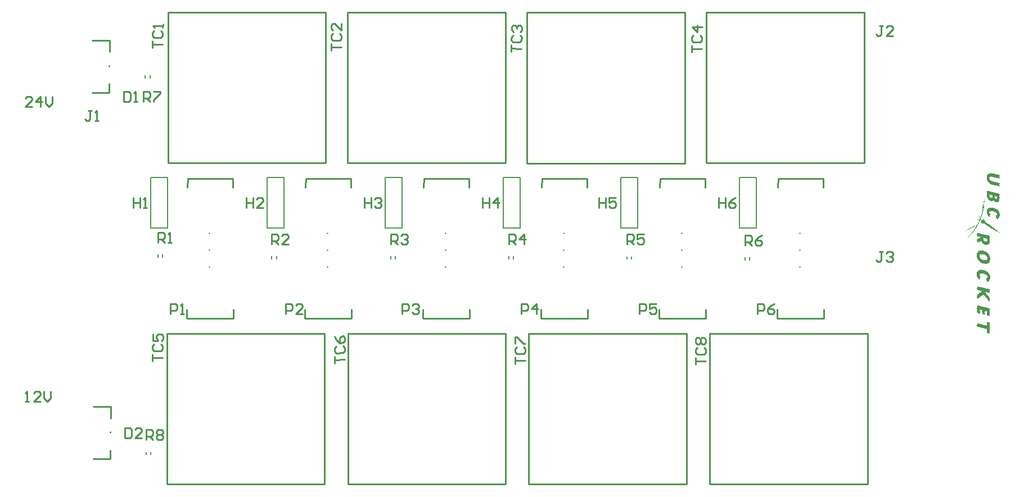
<source format=gto>
G04*
G04 #@! TF.GenerationSoftware,Altium Limited,Altium Designer,20.0.11 (256)*
G04*
G04 Layer_Color=65535*
%FSLAX25Y25*%
%MOIN*%
G70*
G01*
G75*
%ADD10C,0.01000*%
%ADD11C,0.00787*%
G36*
X588384Y185109D02*
X588477D01*
Y185017D01*
X588569D01*
Y185109D01*
X588662D01*
Y185017D01*
X588754D01*
Y185109D01*
X588847D01*
Y185017D01*
X588939D01*
Y185109D01*
X589032D01*
Y185017D01*
X589124D01*
Y185109D01*
X589217D01*
Y185017D01*
X589309D01*
Y184924D01*
X589401D01*
Y184832D01*
X589494D01*
Y184924D01*
X589586D01*
Y184832D01*
X589679D01*
Y184924D01*
X589771D01*
Y184832D01*
X590049D01*
Y184740D01*
X590326D01*
Y184647D01*
X590419D01*
Y184740D01*
X590511D01*
Y184647D01*
X590604D01*
Y184740D01*
X590696D01*
Y184647D01*
X590789D01*
Y184555D01*
X591066D01*
Y184462D01*
X591159D01*
Y184555D01*
X591251D01*
Y184462D01*
X591529D01*
Y184370D01*
X591806D01*
Y184277D01*
X591898D01*
Y184370D01*
X591991D01*
Y184277D01*
X592268D01*
Y184185D01*
X592546D01*
Y184092D01*
X592638D01*
Y184185D01*
X592731D01*
Y184092D01*
X593008D01*
Y184000D01*
X593101D01*
Y183907D01*
X593008D01*
Y184000D01*
X592916D01*
Y183907D01*
X593008D01*
Y183815D01*
X593101D01*
Y183722D01*
X593008D01*
Y183815D01*
X592916D01*
Y183722D01*
X593008D01*
Y183630D01*
X593101D01*
Y183537D01*
X593008D01*
Y183630D01*
X592916D01*
Y183537D01*
X593008D01*
Y183445D01*
X593101D01*
Y183352D01*
X593008D01*
Y183260D01*
X593101D01*
Y183167D01*
X593008D01*
Y183260D01*
X592916D01*
Y183167D01*
X593008D01*
Y183075D01*
X593101D01*
Y182982D01*
X593008D01*
Y183075D01*
X592916D01*
Y182982D01*
X593008D01*
Y182890D01*
X593101D01*
Y182798D01*
X593008D01*
Y182890D01*
X592916D01*
Y182798D01*
X593008D01*
Y182705D01*
X593101D01*
Y182613D01*
X593008D01*
Y182520D01*
X593101D01*
Y182428D01*
X593008D01*
Y182520D01*
X592916D01*
Y182428D01*
X593008D01*
Y182335D01*
X593101D01*
Y182243D01*
X593008D01*
Y182335D01*
X592916D01*
Y182243D01*
X593008D01*
Y182150D01*
X592916D01*
Y182058D01*
X592823D01*
Y182150D01*
X592731D01*
Y182058D01*
X592638D01*
Y182150D01*
X592546D01*
Y182058D01*
X592453D01*
Y182150D01*
X592361D01*
Y182243D01*
X592268D01*
Y182150D01*
X592176D01*
Y182243D01*
X592084D01*
Y182335D01*
X591991D01*
Y182243D01*
X591898D01*
Y182335D01*
X591806D01*
Y182243D01*
X591713D01*
Y182335D01*
X591621D01*
Y182428D01*
X591529D01*
Y182520D01*
X591436D01*
Y182428D01*
X591344D01*
Y182520D01*
X591251D01*
Y182428D01*
X591159D01*
Y182520D01*
X591066D01*
Y182428D01*
X590974D01*
Y182520D01*
X590696D01*
Y182613D01*
X590604D01*
Y182705D01*
X590511D01*
Y182613D01*
X590419D01*
Y182705D01*
X590326D01*
Y182613D01*
X590234D01*
Y182705D01*
X590141D01*
Y182798D01*
X589679D01*
Y182890D01*
X589586D01*
Y182798D01*
X589494D01*
Y182890D01*
X589217D01*
Y182982D01*
X589124D01*
Y183075D01*
X589032D01*
Y182982D01*
X588939D01*
Y183075D01*
X588847D01*
Y182982D01*
X588754D01*
Y183075D01*
X588292D01*
Y183167D01*
X588014D01*
Y183075D01*
X587922D01*
Y183167D01*
X587829D01*
Y183075D01*
X587552D01*
Y182982D01*
X587459D01*
Y183075D01*
X587367D01*
Y182982D01*
X587274D01*
Y182890D01*
X587367D01*
Y182798D01*
X587274D01*
Y182890D01*
X587182D01*
Y182798D01*
X587274D01*
Y182705D01*
X587182D01*
Y182613D01*
X587089D01*
Y182520D01*
X587182D01*
Y182428D01*
X587089D01*
Y182520D01*
X586997D01*
Y182428D01*
X587089D01*
Y182335D01*
X587182D01*
Y182243D01*
X587089D01*
Y182335D01*
X586997D01*
Y182243D01*
X587089D01*
Y182150D01*
X586997D01*
Y182058D01*
X587089D01*
Y181965D01*
X587182D01*
Y181873D01*
X587089D01*
Y181780D01*
X587182D01*
Y181688D01*
X587089D01*
Y181780D01*
X586997D01*
Y181688D01*
X587089D01*
Y181595D01*
X587182D01*
Y181318D01*
X587274D01*
Y181225D01*
X587367D01*
Y181133D01*
X587459D01*
Y181040D01*
X587552D01*
Y180948D01*
X587644D01*
Y180855D01*
X587737D01*
Y180763D01*
X587829D01*
Y180855D01*
X587922D01*
Y180763D01*
X588014D01*
Y180670D01*
X588107D01*
Y180578D01*
X588199D01*
Y180670D01*
X588292D01*
Y180578D01*
X588384D01*
Y180485D01*
X588477D01*
Y180393D01*
X588569D01*
Y180485D01*
X588662D01*
Y180393D01*
X588939D01*
Y180300D01*
X589217D01*
Y180208D01*
X589309D01*
Y180300D01*
X589401D01*
Y180208D01*
X589494D01*
Y180300D01*
X589586D01*
Y180208D01*
X589679D01*
Y180115D01*
X589956D01*
Y180023D01*
X590049D01*
Y180115D01*
X590141D01*
Y180023D01*
X590419D01*
Y179930D01*
X590696D01*
Y179838D01*
X590789D01*
Y179930D01*
X590881D01*
Y179838D01*
X590974D01*
Y179930D01*
X591066D01*
Y179838D01*
X591159D01*
Y179746D01*
X591436D01*
Y179653D01*
X591529D01*
Y179746D01*
X591621D01*
Y179653D01*
X591898D01*
Y179561D01*
X592176D01*
Y179468D01*
X592268D01*
Y179561D01*
X592361D01*
Y179468D01*
X592453D01*
Y179561D01*
X592546D01*
Y179468D01*
X592638D01*
Y179376D01*
X592731D01*
Y179468D01*
X592823D01*
Y179376D01*
X592916D01*
Y179283D01*
X593008D01*
Y179191D01*
X593101D01*
Y179098D01*
X593008D01*
Y179191D01*
X592916D01*
Y179098D01*
X593008D01*
Y179006D01*
X593101D01*
Y178913D01*
X593008D01*
Y178821D01*
X593101D01*
Y178728D01*
X593008D01*
Y178821D01*
X592916D01*
Y178728D01*
X593008D01*
Y178636D01*
X593101D01*
Y178543D01*
X593008D01*
Y178636D01*
X592916D01*
Y178543D01*
X593008D01*
Y178451D01*
X593101D01*
Y178358D01*
X593008D01*
Y178451D01*
X592916D01*
Y178358D01*
X593008D01*
Y178266D01*
X593101D01*
Y178173D01*
X593008D01*
Y178081D01*
X593101D01*
Y177988D01*
X593008D01*
Y178081D01*
X592916D01*
Y177988D01*
X593008D01*
Y177896D01*
X593101D01*
Y177803D01*
X593008D01*
Y177896D01*
X592916D01*
Y177803D01*
X593008D01*
Y177711D01*
X593101D01*
Y177619D01*
X593008D01*
Y177711D01*
X592916D01*
Y177619D01*
X593008D01*
Y177526D01*
X593101D01*
Y177434D01*
X593008D01*
Y177341D01*
X592916D01*
Y177249D01*
X592823D01*
Y177341D01*
X592731D01*
Y177434D01*
X592453D01*
Y177526D01*
X592361D01*
Y177434D01*
X592268D01*
Y177526D01*
X592176D01*
Y177434D01*
X592084D01*
Y177526D01*
X591991D01*
Y177619D01*
X591898D01*
Y177711D01*
X591806D01*
Y177619D01*
X591713D01*
Y177711D01*
X591621D01*
Y177619D01*
X591529D01*
Y177711D01*
X591436D01*
Y177619D01*
X591344D01*
Y177711D01*
X591251D01*
Y177803D01*
X591159D01*
Y177711D01*
X591066D01*
Y177803D01*
X590974D01*
Y177896D01*
X590881D01*
Y177803D01*
X590789D01*
Y177896D01*
X590696D01*
Y177803D01*
X590604D01*
Y177896D01*
X590511D01*
Y177988D01*
X590419D01*
Y178081D01*
X590326D01*
Y177988D01*
X590419D01*
Y177896D01*
X590326D01*
Y177988D01*
X590234D01*
Y178081D01*
X590141D01*
Y177988D01*
X590049D01*
Y178081D01*
X589956D01*
Y177988D01*
X589864D01*
Y178081D01*
X589586D01*
Y178173D01*
X589494D01*
Y178266D01*
X589401D01*
Y178173D01*
X589309D01*
Y178266D01*
X589217D01*
Y178173D01*
X589124D01*
Y178266D01*
X589032D01*
Y178358D01*
X588569D01*
Y178451D01*
X588292D01*
Y178543D01*
X588199D01*
Y178636D01*
X588107D01*
Y178543D01*
X588014D01*
Y178636D01*
X587922D01*
Y178728D01*
X587829D01*
Y178821D01*
X587737D01*
Y178728D01*
X587644D01*
Y178821D01*
X587552D01*
Y178913D01*
X587459D01*
Y179006D01*
X587367D01*
Y178913D01*
X587274D01*
Y179098D01*
X587089D01*
Y179191D01*
X586997D01*
Y179283D01*
X586904D01*
Y179376D01*
X586812D01*
Y179468D01*
X586720D01*
Y179561D01*
X586627D01*
Y179653D01*
X586535D01*
Y179746D01*
X586442D01*
Y179838D01*
X586350D01*
Y179930D01*
X586257D01*
Y180023D01*
X586165D01*
Y180300D01*
X586072D01*
Y180393D01*
X585980D01*
Y180485D01*
X585887D01*
Y180578D01*
X585795D01*
Y180670D01*
X585887D01*
Y180578D01*
X585980D01*
Y180670D01*
X585887D01*
Y180763D01*
X585795D01*
Y180855D01*
X585702D01*
Y180948D01*
X585795D01*
Y181040D01*
X585702D01*
Y181133D01*
X585610D01*
Y181225D01*
X585702D01*
Y181318D01*
X585610D01*
Y181595D01*
X585517D01*
Y181688D01*
X585425D01*
Y181780D01*
X585517D01*
Y181688D01*
X585610D01*
Y181780D01*
X585517D01*
Y181873D01*
X585425D01*
Y181965D01*
X585517D01*
Y182058D01*
X585425D01*
Y182150D01*
X585517D01*
Y182243D01*
X585425D01*
Y182520D01*
X585517D01*
Y182613D01*
X585425D01*
Y182890D01*
X585517D01*
Y182982D01*
X585425D01*
Y183075D01*
X585517D01*
Y183167D01*
X585425D01*
Y183260D01*
X585517D01*
Y183167D01*
X585610D01*
Y183260D01*
X585517D01*
Y183352D01*
X585610D01*
Y183815D01*
X585702D01*
Y183907D01*
X585795D01*
Y184185D01*
X585887D01*
Y184277D01*
X585980D01*
Y184370D01*
X586072D01*
Y184462D01*
X586165D01*
Y184555D01*
X586257D01*
Y184647D01*
X586350D01*
Y184740D01*
X586442D01*
Y184832D01*
X586535D01*
Y184924D01*
X586627D01*
Y184832D01*
X586720D01*
Y184924D01*
X586812D01*
Y185017D01*
X586904D01*
Y185109D01*
X586997D01*
Y185017D01*
X587089D01*
Y185109D01*
X587182D01*
Y185017D01*
X587274D01*
Y185109D01*
X587367D01*
Y185017D01*
X587459D01*
Y185109D01*
X587552D01*
Y185202D01*
X587644D01*
Y185109D01*
X587737D01*
Y185202D01*
X587829D01*
Y185109D01*
X587922D01*
Y185202D01*
X588014D01*
Y185109D01*
X588107D01*
Y185202D01*
X588199D01*
Y185109D01*
X588292D01*
Y185202D01*
X588384D01*
Y185109D01*
D02*
G37*
G36*
X587367Y181318D02*
X587274D01*
Y181410D01*
X587367D01*
Y181318D01*
D02*
G37*
G36*
X587737Y180948D02*
X587644D01*
Y181040D01*
X587737D01*
Y180948D01*
D02*
G37*
G36*
X593101Y179283D02*
X593008D01*
Y179376D01*
X593101D01*
Y179283D01*
D02*
G37*
G36*
X590696Y173549D02*
X590604D01*
Y173642D01*
X590696D01*
Y173549D01*
D02*
G37*
G36*
X585887Y174659D02*
X585980D01*
Y174567D01*
X586072D01*
Y174659D01*
X586165D01*
Y174567D01*
X586257D01*
Y174474D01*
X586350D01*
Y174567D01*
X586442D01*
Y174474D01*
X586535D01*
Y174567D01*
X586627D01*
Y174474D01*
X586904D01*
Y174382D01*
X586997D01*
Y174289D01*
X587089D01*
Y174382D01*
X587182D01*
Y174289D01*
X587274D01*
Y174382D01*
X587367D01*
Y174289D01*
X587644D01*
Y174197D01*
X587922D01*
Y174104D01*
X588014D01*
Y174197D01*
X588107D01*
Y174104D01*
X588384D01*
Y174012D01*
X588662D01*
Y173919D01*
X588754D01*
Y174012D01*
X588847D01*
Y173919D01*
X589124D01*
Y173827D01*
X589401D01*
Y173734D01*
X589494D01*
Y173827D01*
X589586D01*
Y173734D01*
X589864D01*
Y173642D01*
X589956D01*
Y173549D01*
X590049D01*
Y173642D01*
X590141D01*
Y173549D01*
X590234D01*
Y173642D01*
X590326D01*
Y173549D01*
X590604D01*
Y173457D01*
X590881D01*
Y173364D01*
X590974D01*
Y173457D01*
X591066D01*
Y173364D01*
X591159D01*
Y173457D01*
X591251D01*
Y173364D01*
X591344D01*
Y173272D01*
X591436D01*
Y173364D01*
X591529D01*
Y173272D01*
X591621D01*
Y173179D01*
X591713D01*
Y173272D01*
X591806D01*
Y173179D01*
X591898D01*
Y173272D01*
X591991D01*
Y173179D01*
X592084D01*
Y173272D01*
X592176D01*
Y173179D01*
X592268D01*
Y173087D01*
X592361D01*
Y172994D01*
X592453D01*
Y173087D01*
X592546D01*
Y172994D01*
X592638D01*
Y173087D01*
X592731D01*
Y172994D01*
X593008D01*
Y172902D01*
X593101D01*
Y172810D01*
X593008D01*
Y172902D01*
X592916D01*
Y172810D01*
X593008D01*
Y172717D01*
X593101D01*
Y172625D01*
X593008D01*
Y172717D01*
X592916D01*
Y172625D01*
X593008D01*
Y172532D01*
X593101D01*
Y172440D01*
X593008D01*
Y172532D01*
X592916D01*
Y172440D01*
X593008D01*
Y172347D01*
X593101D01*
Y172255D01*
X593008D01*
Y172162D01*
X593101D01*
Y172070D01*
X593008D01*
Y172162D01*
X592916D01*
Y172070D01*
X593008D01*
Y171977D01*
X593101D01*
Y171885D01*
X593008D01*
Y171977D01*
X592916D01*
Y171885D01*
X593008D01*
Y171792D01*
X593101D01*
Y171700D01*
X593008D01*
Y171792D01*
X592916D01*
Y171700D01*
X593008D01*
Y171607D01*
X593101D01*
Y171515D01*
X593008D01*
Y171422D01*
X593101D01*
Y171330D01*
X593008D01*
Y171422D01*
X592916D01*
Y171330D01*
X593008D01*
Y171237D01*
X593101D01*
Y171145D01*
X593008D01*
Y171237D01*
X592916D01*
Y171145D01*
X593008D01*
Y171052D01*
X593101D01*
Y170960D01*
X593008D01*
Y171052D01*
X592916D01*
Y170960D01*
X593008D01*
Y170867D01*
X593101D01*
Y170775D01*
X593008D01*
Y170682D01*
X593101D01*
Y170590D01*
X593008D01*
Y170682D01*
X592916D01*
Y170590D01*
X593008D01*
Y170498D01*
X593101D01*
Y170405D01*
X593008D01*
Y170498D01*
X592916D01*
Y170405D01*
X593008D01*
Y170312D01*
X593101D01*
Y170220D01*
X593008D01*
Y170312D01*
X592916D01*
Y170220D01*
X593008D01*
Y170127D01*
X593101D01*
Y170035D01*
X593008D01*
Y169942D01*
X593101D01*
Y169850D01*
X593008D01*
Y169942D01*
X592916D01*
Y169850D01*
X593008D01*
Y169758D01*
X593101D01*
Y169665D01*
X593008D01*
Y169758D01*
X592916D01*
Y169665D01*
X593008D01*
Y169573D01*
X592916D01*
Y169480D01*
X593008D01*
Y169388D01*
X592916D01*
Y168925D01*
X592823D01*
Y168833D01*
X592731D01*
Y168555D01*
X592638D01*
Y168463D01*
X592546D01*
Y168370D01*
X592453D01*
Y168278D01*
X592361D01*
Y168185D01*
X592176D01*
Y168000D01*
X592084D01*
Y168093D01*
X591991D01*
Y168000D01*
X591898D01*
Y168093D01*
X591806D01*
Y167908D01*
X590881D01*
Y168000D01*
X590789D01*
Y168093D01*
X590696D01*
Y168000D01*
X590604D01*
Y168093D01*
X590511D01*
Y168185D01*
X590419D01*
Y168278D01*
X590326D01*
Y168185D01*
X590234D01*
Y168278D01*
X590141D01*
Y168370D01*
X590049D01*
Y168463D01*
X589956D01*
Y168555D01*
X589864D01*
Y168833D01*
X589771D01*
Y168925D01*
X589679D01*
Y169203D01*
X589586D01*
Y169295D01*
X589494D01*
Y169388D01*
X589401D01*
Y169110D01*
X589309D01*
Y169203D01*
X589217D01*
Y169110D01*
X589309D01*
Y169018D01*
X589217D01*
Y168925D01*
X589124D01*
Y168833D01*
X589032D01*
Y168740D01*
X588939D01*
Y168648D01*
X588847D01*
Y168555D01*
X588754D01*
Y168648D01*
X588662D01*
Y168555D01*
X588569D01*
Y168463D01*
X588477D01*
Y168555D01*
X588384D01*
Y168463D01*
X588477D01*
Y168370D01*
X588384D01*
Y168463D01*
X588292D01*
Y168555D01*
X588199D01*
Y168463D01*
X588107D01*
Y168555D01*
X588014D01*
Y168648D01*
X587922D01*
Y168555D01*
X587829D01*
Y168648D01*
X587737D01*
Y168555D01*
X587644D01*
Y168648D01*
X587552D01*
Y168740D01*
X587459D01*
Y168833D01*
X587367D01*
Y168740D01*
X587274D01*
Y168833D01*
X587182D01*
Y168925D01*
X587089D01*
Y169018D01*
X586997D01*
Y168925D01*
X586904D01*
Y169018D01*
X586812D01*
Y169110D01*
X586720D01*
Y169203D01*
X586627D01*
Y169295D01*
X586535D01*
Y169388D01*
X586442D01*
Y169480D01*
X586350D01*
Y169758D01*
X586257D01*
Y169850D01*
X586165D01*
Y169942D01*
X586072D01*
Y170035D01*
X585980D01*
Y170127D01*
X586072D01*
Y170035D01*
X586165D01*
Y170127D01*
X586072D01*
Y170220D01*
X585980D01*
Y170312D01*
X585887D01*
Y170405D01*
X585795D01*
Y170498D01*
X585887D01*
Y170405D01*
X585980D01*
Y170498D01*
X585887D01*
Y170590D01*
X585795D01*
Y170867D01*
X585702D01*
Y170960D01*
X585795D01*
Y171052D01*
X585702D01*
Y171145D01*
X585610D01*
Y171237D01*
X585702D01*
Y171145D01*
X585795D01*
Y171237D01*
X585702D01*
Y171330D01*
X585610D01*
Y171422D01*
X585702D01*
Y171515D01*
X585610D01*
Y171607D01*
X585702D01*
Y171700D01*
X585610D01*
Y171792D01*
X585702D01*
Y171885D01*
X585610D01*
Y171977D01*
X585702D01*
Y172070D01*
X585610D01*
Y172347D01*
X585702D01*
Y172440D01*
X585610D01*
Y172717D01*
X585702D01*
Y172810D01*
X585610D01*
Y173087D01*
X585702D01*
Y173179D01*
X585610D01*
Y173272D01*
X585702D01*
Y173364D01*
X585610D01*
Y173457D01*
X585702D01*
Y173549D01*
X585610D01*
Y173827D01*
X585702D01*
Y173919D01*
X585610D01*
Y174197D01*
X585702D01*
Y174289D01*
X585610D01*
Y174567D01*
X585702D01*
Y174659D01*
X585795D01*
Y174752D01*
X585887D01*
Y174659D01*
D02*
G37*
G36*
X584223Y168370D02*
X584130D01*
Y168278D01*
X584223D01*
Y168185D01*
X584130D01*
Y168093D01*
X584223D01*
Y168000D01*
X584130D01*
Y168093D01*
X584038D01*
Y168000D01*
X584130D01*
Y167908D01*
X584223D01*
Y167815D01*
X584130D01*
Y167723D01*
X584223D01*
Y167631D01*
X584130D01*
Y167723D01*
X584038D01*
Y167631D01*
X584130D01*
Y167538D01*
X584223D01*
Y167446D01*
X584130D01*
Y167538D01*
X584038D01*
Y167446D01*
X584130D01*
Y167353D01*
X584038D01*
Y167261D01*
X584130D01*
Y167168D01*
X584038D01*
Y167076D01*
X584130D01*
Y166983D01*
X584038D01*
Y166336D01*
X583945D01*
Y166243D01*
X584038D01*
Y166151D01*
X583945D01*
Y166058D01*
X584038D01*
Y165966D01*
X583945D01*
Y165873D01*
X584038D01*
Y165781D01*
X583945D01*
Y165688D01*
X583853D01*
Y165596D01*
X583945D01*
Y165503D01*
X583853D01*
Y165041D01*
X583760D01*
Y164949D01*
X583853D01*
Y164856D01*
X583760D01*
Y164579D01*
X583668D01*
Y164486D01*
X583760D01*
Y164394D01*
X583668D01*
Y163931D01*
X583575D01*
Y163654D01*
X583668D01*
Y163561D01*
X583575D01*
Y163654D01*
X583483D01*
Y163561D01*
X583575D01*
Y163469D01*
X583483D01*
Y163376D01*
X583575D01*
Y163284D01*
X583668D01*
Y163191D01*
X583575D01*
Y163284D01*
X583483D01*
Y163191D01*
X583575D01*
Y163099D01*
X583483D01*
Y163006D01*
X583575D01*
Y162914D01*
X583668D01*
Y162821D01*
X583575D01*
Y162914D01*
X583483D01*
Y163006D01*
X583390D01*
Y162914D01*
X583483D01*
Y162821D01*
X583575D01*
Y162729D01*
X583483D01*
Y162821D01*
X583390D01*
Y162914D01*
X583298D01*
Y162821D01*
X583390D01*
Y162729D01*
X583483D01*
Y162636D01*
X583575D01*
Y162544D01*
X583668D01*
Y162452D01*
X583575D01*
Y162359D01*
X583483D01*
Y162636D01*
X583390D01*
Y162729D01*
X583298D01*
Y162267D01*
X583205D01*
Y162174D01*
X583298D01*
Y162082D01*
X583205D01*
Y162174D01*
X583113D01*
Y162082D01*
X583205D01*
Y161989D01*
X583113D01*
Y161712D01*
X583020D01*
Y161619D01*
X583113D01*
Y161527D01*
X583020D01*
Y161434D01*
X582928D01*
Y160972D01*
X582835D01*
Y160879D01*
X582743D01*
Y160787D01*
X582835D01*
Y160694D01*
X582743D01*
Y160417D01*
X582650D01*
Y160325D01*
X582558D01*
Y160232D01*
X582650D01*
Y160140D01*
X582558D01*
Y159862D01*
X582465D01*
Y159770D01*
X582373D01*
Y159677D01*
X582465D01*
Y159585D01*
X582373D01*
Y159307D01*
X582280D01*
Y159215D01*
X582188D01*
Y158752D01*
X582095D01*
Y158660D01*
X582003D01*
Y158382D01*
X581911D01*
Y158290D01*
X582003D01*
Y158012D01*
X582095D01*
Y157920D01*
X582188D01*
Y157827D01*
X582280D01*
Y157735D01*
X582373D01*
Y157642D01*
X582465D01*
Y157550D01*
X582558D01*
Y157273D01*
X582650D01*
Y157180D01*
X582743D01*
Y157273D01*
X582835D01*
Y157180D01*
X582928D01*
Y157088D01*
X583020D01*
Y157180D01*
X583113D01*
Y157088D01*
X583205D01*
Y157180D01*
X583113D01*
Y157273D01*
X583205D01*
Y157365D01*
X583298D01*
Y157458D01*
X583205D01*
Y157550D01*
X583298D01*
Y157642D01*
X583205D01*
Y157735D01*
X583298D01*
Y157642D01*
X583390D01*
Y157735D01*
X583298D01*
Y157827D01*
X583205D01*
Y157920D01*
X583113D01*
Y158012D01*
X583205D01*
Y158105D01*
X583298D01*
Y157827D01*
X583390D01*
Y157920D01*
X583483D01*
Y157827D01*
X583575D01*
Y157735D01*
X583668D01*
Y157642D01*
X583760D01*
Y157550D01*
X583853D01*
Y157458D01*
X583945D01*
Y157365D01*
X584038D01*
Y157273D01*
X584130D01*
Y157180D01*
X584223D01*
Y157088D01*
X584315D01*
Y156995D01*
X584408D01*
Y156903D01*
X584315D01*
Y156995D01*
X584223D01*
Y156903D01*
X584315D01*
Y156810D01*
X584408D01*
Y156533D01*
X584500D01*
Y156440D01*
X584592D01*
Y156348D01*
X584500D01*
Y156440D01*
X584408D01*
Y156348D01*
X584500D01*
Y156255D01*
X584592D01*
Y156163D01*
X584685D01*
Y156070D01*
X584777D01*
Y155978D01*
X584870D01*
Y156070D01*
X584962D01*
Y155978D01*
X585055D01*
Y155885D01*
X585147D01*
Y155793D01*
X585240D01*
Y155700D01*
X585332D01*
Y155608D01*
X585425D01*
Y155700D01*
X585517D01*
Y155608D01*
X585610D01*
Y155516D01*
X585702D01*
Y155423D01*
X585795D01*
Y155516D01*
X585887D01*
Y155238D01*
X585980D01*
Y155331D01*
X586072D01*
Y155238D01*
X586165D01*
Y155146D01*
X586257D01*
Y155053D01*
X586350D01*
Y154961D01*
X586442D01*
Y154868D01*
X586535D01*
Y154961D01*
X586627D01*
Y154868D01*
X586720D01*
Y154776D01*
X586812D01*
Y154683D01*
X586904D01*
Y154591D01*
X586997D01*
Y154498D01*
X587089D01*
Y154591D01*
X587182D01*
Y154406D01*
X587367D01*
Y154313D01*
X587459D01*
Y154221D01*
X587552D01*
Y154128D01*
X587644D01*
Y154221D01*
X587737D01*
Y153943D01*
X587829D01*
Y154036D01*
X587922D01*
Y153943D01*
X588014D01*
Y153851D01*
X588107D01*
Y153758D01*
X588199D01*
Y153666D01*
X588292D01*
Y153573D01*
X588384D01*
Y153666D01*
X588477D01*
Y153481D01*
X588662D01*
Y153388D01*
X588754D01*
Y153296D01*
X588847D01*
Y153203D01*
X588939D01*
Y153111D01*
X589032D01*
Y153018D01*
X589124D01*
Y153111D01*
X589217D01*
Y153018D01*
X589309D01*
Y152926D01*
X589401D01*
Y152833D01*
X589494D01*
Y152741D01*
X589586D01*
Y152648D01*
X589679D01*
Y152556D01*
X589771D01*
Y152464D01*
X589864D01*
Y152556D01*
X589956D01*
Y152371D01*
X590141D01*
Y152279D01*
X590234D01*
Y152186D01*
X590326D01*
Y152094D01*
X590419D01*
Y152001D01*
X590511D01*
Y151909D01*
X590604D01*
Y152001D01*
X590696D01*
Y151724D01*
X590789D01*
Y151816D01*
X590881D01*
Y151724D01*
X590974D01*
Y151631D01*
X591066D01*
Y151539D01*
X591159D01*
Y151446D01*
X591251D01*
Y151354D01*
X591344D01*
Y151446D01*
X591436D01*
Y151169D01*
X591529D01*
Y151261D01*
X591621D01*
Y151076D01*
X591806D01*
Y150984D01*
X591898D01*
Y150891D01*
X591991D01*
Y150799D01*
X592084D01*
Y150706D01*
X592176D01*
Y150614D01*
X592268D01*
Y150522D01*
X592361D01*
Y150429D01*
X592453D01*
Y150337D01*
X592546D01*
Y150244D01*
X592731D01*
Y150059D01*
X592823D01*
Y150152D01*
X592916D01*
Y150059D01*
X593008D01*
Y149967D01*
X593101D01*
Y149874D01*
X593193D01*
Y149782D01*
X593101D01*
Y149689D01*
X593008D01*
Y149782D01*
X592916D01*
Y149874D01*
X592823D01*
Y149967D01*
X592731D01*
Y149874D01*
X592638D01*
Y149967D01*
X592546D01*
Y150059D01*
X592453D01*
Y150152D01*
X592361D01*
Y150059D01*
X592268D01*
Y150152D01*
X592176D01*
Y150244D01*
X592084D01*
Y150337D01*
X591806D01*
Y150429D01*
X591713D01*
Y150522D01*
X591621D01*
Y150429D01*
X591529D01*
Y150706D01*
X591436D01*
Y150614D01*
X591344D01*
Y150706D01*
X591251D01*
Y150799D01*
X590974D01*
Y150891D01*
X590881D01*
Y150984D01*
X590789D01*
Y151076D01*
X590696D01*
Y150984D01*
X590604D01*
Y151076D01*
X590511D01*
Y151169D01*
X590419D01*
Y151261D01*
X590326D01*
Y151169D01*
X590234D01*
Y151261D01*
X590141D01*
Y151354D01*
X590049D01*
Y151446D01*
X589956D01*
Y151354D01*
X589864D01*
Y151539D01*
X589679D01*
Y151631D01*
X589494D01*
Y151724D01*
X589309D01*
Y151816D01*
X589217D01*
Y151909D01*
X589124D01*
Y152001D01*
X589032D01*
Y151909D01*
X588939D01*
Y152001D01*
X588847D01*
Y152094D01*
X588754D01*
Y152186D01*
X588569D01*
Y152279D01*
X588384D01*
Y152371D01*
X588292D01*
Y152464D01*
X588199D01*
Y152556D01*
X588107D01*
Y152464D01*
X588014D01*
Y152556D01*
X587922D01*
Y152648D01*
X587829D01*
Y152741D01*
X587644D01*
Y152833D01*
X587459D01*
Y152926D01*
X587367D01*
Y153018D01*
X587274D01*
Y153111D01*
X587182D01*
Y153018D01*
X587089D01*
Y153203D01*
X586904D01*
Y153296D01*
X586812D01*
Y153388D01*
X586720D01*
Y153481D01*
X586627D01*
Y153388D01*
X586535D01*
Y153481D01*
X586442D01*
Y153573D01*
X586350D01*
Y153666D01*
X586257D01*
Y153758D01*
X586165D01*
Y153851D01*
X586072D01*
Y153758D01*
X585980D01*
Y153851D01*
X585887D01*
Y153943D01*
X585795D01*
Y154036D01*
X585702D01*
Y154128D01*
X585610D01*
Y154221D01*
X585517D01*
Y154128D01*
X585425D01*
Y154221D01*
X585332D01*
Y154313D01*
X585240D01*
Y154406D01*
X585055D01*
Y154591D01*
X584962D01*
Y154498D01*
X584870D01*
Y154591D01*
X584777D01*
Y154683D01*
X584685D01*
Y154776D01*
X584592D01*
Y154868D01*
X584500D01*
Y154961D01*
X584408D01*
Y154868D01*
X584315D01*
Y154961D01*
X584223D01*
Y155053D01*
X584130D01*
Y155146D01*
X584038D01*
Y155238D01*
X583945D01*
Y155331D01*
X583853D01*
Y155238D01*
X583760D01*
Y155331D01*
X583668D01*
Y155238D01*
X583575D01*
Y155331D01*
X583483D01*
Y155238D01*
X583390D01*
Y155331D01*
X583298D01*
Y155238D01*
X583205D01*
Y155331D01*
X583113D01*
Y155238D01*
X583020D01*
Y155331D01*
X582928D01*
Y155238D01*
X582835D01*
Y155331D01*
X582743D01*
Y155423D01*
X582650D01*
Y155331D01*
X582743D01*
Y155238D01*
X582650D01*
Y155331D01*
X582558D01*
Y155423D01*
X582465D01*
Y155516D01*
X582373D01*
Y155423D01*
X582280D01*
Y155516D01*
X582188D01*
Y155608D01*
X582095D01*
Y155700D01*
X582003D01*
Y155608D01*
X581911D01*
Y155700D01*
X581818D01*
Y155793D01*
X581911D01*
Y155885D01*
X582003D01*
Y155978D01*
X582095D01*
Y156070D01*
X582188D01*
Y155978D01*
X582280D01*
Y156070D01*
X582373D01*
Y156163D01*
X582465D01*
Y156440D01*
X582373D01*
Y156348D01*
X582280D01*
Y156625D01*
X582188D01*
Y156718D01*
X582095D01*
Y156810D01*
X582003D01*
Y156718D01*
X581911D01*
Y156810D01*
X581818D01*
Y156903D01*
X581726D01*
Y156995D01*
X581633D01*
Y156903D01*
X581541D01*
Y156995D01*
X581448D01*
Y156903D01*
X581356D01*
Y156810D01*
X581263D01*
Y156533D01*
X581171D01*
Y156625D01*
X581078D01*
Y156533D01*
X581171D01*
Y156440D01*
X581078D01*
Y156163D01*
X580986D01*
Y156070D01*
X580893D01*
Y155793D01*
X580801D01*
Y155700D01*
X580708D01*
Y155423D01*
X580616D01*
Y155331D01*
X580523D01*
Y155053D01*
X580431D01*
Y154961D01*
X580338D01*
Y154591D01*
X580153D01*
Y154313D01*
X580061D01*
Y154406D01*
X579968D01*
Y154313D01*
X580061D01*
Y154221D01*
X579968D01*
Y154128D01*
X579876D01*
Y154036D01*
X579968D01*
Y153943D01*
X579876D01*
Y153851D01*
X579783D01*
Y153758D01*
X579691D01*
Y153666D01*
X579599D01*
Y153388D01*
X579506D01*
Y153296D01*
X579414D01*
Y153018D01*
X579321D01*
Y152926D01*
X579229D01*
Y152833D01*
X579136D01*
Y152741D01*
X579044D01*
Y152464D01*
X578951D01*
Y152371D01*
X578859D01*
Y152279D01*
X578766D01*
Y152186D01*
X578859D01*
Y152094D01*
X578766D01*
Y152186D01*
X578674D01*
Y152094D01*
X578766D01*
Y152001D01*
X578674D01*
Y151909D01*
X578581D01*
Y151816D01*
X578489D01*
Y151539D01*
X578396D01*
Y151631D01*
X578304D01*
Y151539D01*
X578396D01*
Y151446D01*
X578304D01*
Y151354D01*
X578211D01*
Y151446D01*
X578119D01*
Y151354D01*
X578211D01*
Y151261D01*
X578119D01*
Y151169D01*
X578026D01*
Y151076D01*
X577934D01*
Y150799D01*
X577841D01*
Y150706D01*
X577749D01*
Y150614D01*
X577656D01*
Y150522D01*
X577564D01*
Y150429D01*
X577471D01*
Y150337D01*
X577379D01*
Y150059D01*
X577286D01*
Y150152D01*
X577194D01*
Y150059D01*
X577286D01*
Y149967D01*
X577194D01*
Y149874D01*
X577102D01*
Y149967D01*
X577009D01*
Y149874D01*
X577102D01*
Y149782D01*
X577009D01*
Y149689D01*
X576917D01*
Y149597D01*
X576824D01*
Y149504D01*
X576732D01*
Y149412D01*
X576639D01*
Y149134D01*
X576547D01*
Y149042D01*
X576454D01*
Y148949D01*
X576362D01*
Y148857D01*
X576269D01*
Y148764D01*
X576177D01*
Y148672D01*
X576084D01*
Y148579D01*
X575992D01*
Y148487D01*
X575899D01*
Y148394D01*
X575807D01*
Y148302D01*
X575714D01*
Y148209D01*
X575622D01*
Y148117D01*
X575529D01*
Y148024D01*
X575437D01*
Y147932D01*
X575344D01*
Y147839D01*
X575252D01*
Y147747D01*
X575159D01*
Y147654D01*
X575067D01*
Y147562D01*
X574974D01*
Y147470D01*
X574882D01*
Y147377D01*
X574789D01*
Y147285D01*
X574697D01*
Y147192D01*
X574605D01*
Y147100D01*
X574512D01*
Y147377D01*
X574697D01*
Y147562D01*
X574882D01*
Y147747D01*
X574974D01*
Y147839D01*
X575067D01*
Y147932D01*
X575159D01*
Y148024D01*
X575252D01*
Y148117D01*
X575344D01*
Y148209D01*
X575437D01*
Y148302D01*
X575529D01*
Y148394D01*
X575622D01*
Y148487D01*
X575714D01*
Y148579D01*
X575807D01*
Y148857D01*
X575899D01*
Y148764D01*
X575992D01*
Y149042D01*
X576084D01*
Y148949D01*
X576177D01*
Y149042D01*
X576084D01*
Y149134D01*
X576177D01*
Y149227D01*
X576269D01*
Y149319D01*
X576362D01*
Y149412D01*
X576454D01*
Y149504D01*
X576547D01*
Y149597D01*
X576639D01*
Y149689D01*
X576732D01*
Y149967D01*
X576824D01*
Y150059D01*
X576917D01*
Y150152D01*
X577009D01*
Y150244D01*
X577102D01*
Y150337D01*
X577194D01*
Y150429D01*
X577102D01*
Y150522D01*
X577194D01*
Y150429D01*
X577286D01*
Y150522D01*
X577194D01*
Y150614D01*
X577286D01*
Y150706D01*
X577379D01*
Y150614D01*
X577471D01*
Y150706D01*
X577379D01*
Y150799D01*
X577471D01*
Y150891D01*
X577564D01*
Y150984D01*
X577656D01*
Y151261D01*
X577749D01*
Y151354D01*
X577841D01*
Y151446D01*
X577934D01*
Y151539D01*
X578026D01*
Y151816D01*
X578119D01*
Y151724D01*
X578211D01*
Y151816D01*
X578119D01*
Y151909D01*
X578211D01*
Y152001D01*
X578304D01*
Y152094D01*
X578396D01*
Y152371D01*
X578489D01*
Y152464D01*
X578581D01*
Y152556D01*
X578674D01*
Y152648D01*
X578581D01*
Y152741D01*
X578674D01*
Y152648D01*
X578766D01*
Y152741D01*
X578674D01*
Y152833D01*
X578766D01*
Y152926D01*
X578859D01*
Y152833D01*
X578951D01*
Y152926D01*
X578859D01*
Y153018D01*
X578951D01*
Y153296D01*
X579044D01*
Y153388D01*
X579136D01*
Y153481D01*
X579229D01*
Y153573D01*
X579321D01*
Y153851D01*
X579414D01*
Y153943D01*
X579506D01*
Y154221D01*
X579414D01*
Y154313D01*
X579506D01*
Y154406D01*
X579599D01*
Y154313D01*
X579691D01*
Y154591D01*
X579783D01*
Y154683D01*
X579876D01*
Y154776D01*
X579968D01*
Y154868D01*
X579876D01*
Y154961D01*
X579968D01*
Y155053D01*
X580061D01*
Y155146D01*
X580153D01*
Y155238D01*
X580061D01*
Y155331D01*
X580153D01*
Y155238D01*
X580246D01*
Y155331D01*
X580153D01*
Y155423D01*
X580246D01*
Y155516D01*
X580338D01*
Y155608D01*
X580246D01*
Y155700D01*
X580338D01*
Y155793D01*
X580431D01*
Y156070D01*
X580523D01*
Y156163D01*
X580616D01*
Y156440D01*
X580708D01*
Y156533D01*
X580801D01*
Y156810D01*
X580893D01*
Y156903D01*
X580986D01*
Y157365D01*
X580893D01*
Y157273D01*
X580801D01*
Y157365D01*
X580708D01*
Y157458D01*
X580616D01*
Y157550D01*
X580523D01*
Y157458D01*
X580431D01*
Y157550D01*
X580338D01*
Y157642D01*
X580246D01*
Y157735D01*
X579968D01*
Y157827D01*
X579876D01*
Y157920D01*
X579783D01*
Y157827D01*
X579691D01*
Y157920D01*
X579599D01*
Y158012D01*
X579691D01*
Y158105D01*
X579783D01*
Y158012D01*
X579968D01*
Y157920D01*
X580153D01*
Y157827D01*
X580246D01*
Y157920D01*
X580338D01*
Y157827D01*
X580431D01*
Y157735D01*
X580708D01*
Y157642D01*
X580986D01*
Y157550D01*
X581078D01*
Y157458D01*
X581171D01*
Y157550D01*
X581263D01*
Y157642D01*
X581171D01*
Y157735D01*
X581263D01*
Y157827D01*
X581356D01*
Y158105D01*
X581448D01*
Y158197D01*
X581356D01*
Y158290D01*
X581448D01*
Y158197D01*
X581541D01*
Y158290D01*
X581448D01*
Y158382D01*
X581356D01*
Y158660D01*
X581263D01*
Y158752D01*
X581171D01*
Y158845D01*
X581078D01*
Y158937D01*
X580986D01*
Y159215D01*
X580893D01*
Y159307D01*
X580801D01*
Y159400D01*
X580708D01*
Y159492D01*
X580616D01*
Y159770D01*
X580523D01*
Y159862D01*
X580431D01*
Y159955D01*
X580338D01*
Y160047D01*
X580246D01*
Y160325D01*
X580153D01*
Y160417D01*
X580061D01*
Y160694D01*
X579968D01*
Y160787D01*
X579876D01*
Y160879D01*
X579783D01*
Y160972D01*
X579876D01*
Y161064D01*
X579968D01*
Y160787D01*
X580061D01*
Y160694D01*
X580153D01*
Y160602D01*
X580246D01*
Y160510D01*
X580338D01*
Y160232D01*
X580431D01*
Y160140D01*
X580523D01*
Y160047D01*
X580616D01*
Y159955D01*
X580708D01*
Y159862D01*
X580801D01*
Y159770D01*
X580893D01*
Y159492D01*
X580986D01*
Y159585D01*
X581078D01*
Y159307D01*
X581171D01*
Y159215D01*
X581263D01*
Y159122D01*
X581356D01*
Y159030D01*
X581448D01*
Y158752D01*
X581541D01*
Y158660D01*
X581633D01*
Y158752D01*
X581726D01*
Y159030D01*
X581818D01*
Y159122D01*
X581726D01*
Y159215D01*
X581818D01*
Y159122D01*
X581911D01*
Y159215D01*
X581818D01*
Y159307D01*
X581911D01*
Y159400D01*
X582003D01*
Y159492D01*
X581911D01*
Y159585D01*
X582003D01*
Y159677D01*
X582095D01*
Y159770D01*
X582003D01*
Y159862D01*
X582095D01*
Y159955D01*
X582188D01*
Y160047D01*
X582095D01*
Y160140D01*
X582188D01*
Y160232D01*
X582280D01*
Y160510D01*
X582373D01*
Y160787D01*
X582465D01*
Y161064D01*
X582558D01*
Y161157D01*
X582465D01*
Y161249D01*
X582558D01*
Y161342D01*
X582650D01*
Y161619D01*
X582743D01*
Y161712D01*
X582650D01*
Y161804D01*
X582743D01*
Y161897D01*
X582650D01*
Y161989D01*
X582743D01*
Y161897D01*
X582835D01*
Y161989D01*
X582743D01*
Y162082D01*
X582835D01*
Y162544D01*
X582928D01*
Y162636D01*
X582835D01*
Y162729D01*
X582928D01*
Y162636D01*
X583020D01*
Y162729D01*
X582928D01*
Y162821D01*
X582835D01*
Y162914D01*
X582928D01*
Y162821D01*
X583020D01*
Y162914D01*
X582928D01*
Y163006D01*
X582835D01*
Y163099D01*
X582928D01*
Y163006D01*
X583020D01*
Y163099D01*
X582928D01*
Y163191D01*
X582835D01*
Y163284D01*
X582928D01*
Y163191D01*
X583020D01*
Y163099D01*
X583113D01*
Y163191D01*
X583020D01*
Y163284D01*
X582928D01*
Y163376D01*
X582835D01*
Y163469D01*
X582928D01*
Y163376D01*
X583020D01*
Y163284D01*
X583113D01*
Y163376D01*
X583020D01*
Y163469D01*
X582928D01*
Y163561D01*
X582835D01*
Y163654D01*
X582928D01*
Y163561D01*
X583020D01*
Y163469D01*
X583113D01*
Y163376D01*
X583205D01*
Y163469D01*
X583113D01*
Y163561D01*
X583020D01*
Y163654D01*
X582928D01*
Y163746D01*
X583020D01*
Y163654D01*
X583113D01*
Y163561D01*
X583205D01*
Y163839D01*
X583298D01*
Y163931D01*
X583205D01*
Y164024D01*
X583298D01*
Y163931D01*
X583390D01*
Y164024D01*
X583298D01*
Y164116D01*
X583390D01*
Y164209D01*
X583298D01*
Y164301D01*
X583390D01*
Y164394D01*
X583298D01*
Y164486D01*
X583390D01*
Y164579D01*
X583298D01*
Y164671D01*
X583205D01*
Y164764D01*
X583113D01*
Y164671D01*
X583205D01*
Y164579D01*
X583113D01*
Y163931D01*
X583020D01*
Y164024D01*
X582928D01*
Y164116D01*
X583020D01*
Y164209D01*
X582928D01*
Y164301D01*
X583020D01*
Y164394D01*
X582928D01*
Y164486D01*
X583020D01*
Y165319D01*
X583113D01*
Y165411D01*
X583020D01*
Y165503D01*
X583113D01*
Y165596D01*
X583020D01*
Y165688D01*
X583113D01*
Y165781D01*
X583020D01*
Y165873D01*
X583113D01*
Y165966D01*
X583020D01*
Y166058D01*
X583113D01*
Y166151D01*
X583020D01*
Y166243D01*
X583113D01*
Y166336D01*
X583020D01*
Y166428D01*
X583113D01*
Y166336D01*
X583205D01*
Y166428D01*
X583113D01*
Y166521D01*
X583020D01*
Y166613D01*
X583113D01*
Y166521D01*
X583205D01*
Y166613D01*
X583113D01*
Y166706D01*
X583020D01*
Y166798D01*
X583113D01*
Y166706D01*
X583205D01*
Y166798D01*
X583113D01*
Y166891D01*
X583205D01*
Y166983D01*
X583113D01*
Y167076D01*
X583205D01*
Y167168D01*
X583113D01*
Y167261D01*
X583205D01*
Y167353D01*
X583113D01*
Y167446D01*
X583205D01*
Y167538D01*
X583113D01*
Y167631D01*
X583205D01*
Y167908D01*
X583113D01*
Y168000D01*
X583205D01*
Y168463D01*
X583298D01*
Y168185D01*
X583390D01*
Y168093D01*
X583298D01*
Y167815D01*
X583390D01*
Y167723D01*
X583298D01*
Y167631D01*
X583390D01*
Y167538D01*
X583483D01*
Y167446D01*
X583390D01*
Y167538D01*
X583298D01*
Y167446D01*
X583390D01*
Y167353D01*
X583298D01*
Y167261D01*
X583390D01*
Y167168D01*
X583483D01*
Y167076D01*
X583390D01*
Y167168D01*
X583298D01*
Y167076D01*
X583390D01*
Y166983D01*
X583298D01*
Y166891D01*
X583390D01*
Y166798D01*
X583483D01*
Y166706D01*
X583390D01*
Y166613D01*
X583483D01*
Y166521D01*
X583390D01*
Y166613D01*
X583298D01*
Y166521D01*
X583390D01*
Y166428D01*
X583483D01*
Y166336D01*
X583390D01*
Y166243D01*
X583483D01*
Y166151D01*
X583390D01*
Y166058D01*
X583483D01*
Y165966D01*
X583390D01*
Y165873D01*
X583483D01*
Y165781D01*
X583390D01*
Y165688D01*
X583483D01*
Y165596D01*
X583390D01*
Y165503D01*
X583483D01*
Y165411D01*
X583390D01*
Y165503D01*
X583298D01*
Y165411D01*
X583390D01*
Y165319D01*
X583483D01*
Y165226D01*
X583575D01*
Y165688D01*
X583668D01*
Y165781D01*
X583575D01*
Y165873D01*
X583668D01*
Y165781D01*
X583760D01*
Y165873D01*
X583668D01*
Y166151D01*
X583760D01*
Y166798D01*
X583853D01*
Y166891D01*
X583760D01*
Y166983D01*
X583853D01*
Y167261D01*
X583945D01*
Y167353D01*
X583853D01*
Y167446D01*
X583945D01*
Y167538D01*
X583853D01*
Y167631D01*
X583945D01*
Y168278D01*
X584038D01*
Y168370D01*
X583945D01*
Y168463D01*
X584038D01*
Y168555D01*
X583945D01*
Y168648D01*
X584038D01*
Y168740D01*
X583945D01*
Y168833D01*
X584038D01*
Y168925D01*
X584130D01*
Y169018D01*
X584038D01*
Y169110D01*
X583945D01*
Y169203D01*
X584038D01*
Y169110D01*
X584130D01*
Y169203D01*
X584038D01*
Y169295D01*
X584130D01*
Y169388D01*
X584038D01*
Y169480D01*
X584130D01*
Y169573D01*
X584038D01*
Y169665D01*
X584130D01*
Y170498D01*
X584223D01*
Y168370D01*
D02*
G37*
G36*
X589217Y164579D02*
X589401D01*
Y164486D01*
X589494D01*
Y164579D01*
X589586D01*
Y164486D01*
X589679D01*
Y164579D01*
X589771D01*
Y164486D01*
X589864D01*
Y164394D01*
X589956D01*
Y164301D01*
X590049D01*
Y164394D01*
X590141D01*
Y164301D01*
X590234D01*
Y164394D01*
X590326D01*
Y164301D01*
X590419D01*
Y164209D01*
X590511D01*
Y164116D01*
X590604D01*
Y164209D01*
X590696D01*
Y164116D01*
X590789D01*
Y164024D01*
X590881D01*
Y163931D01*
X590974D01*
Y164024D01*
X591066D01*
Y163931D01*
X591159D01*
Y163839D01*
X591251D01*
Y163746D01*
X591436D01*
Y163561D01*
X591529D01*
Y163654D01*
X591621D01*
Y163561D01*
X591713D01*
Y163469D01*
X591806D01*
Y163376D01*
X591898D01*
Y163284D01*
X591991D01*
Y163191D01*
X592084D01*
Y163099D01*
X592176D01*
Y163006D01*
X592268D01*
Y162914D01*
X592361D01*
Y162821D01*
X592453D01*
Y162729D01*
X592546D01*
Y162452D01*
X592638D01*
Y162359D01*
X592731D01*
Y162082D01*
X592823D01*
Y161989D01*
X592916D01*
Y161712D01*
X593008D01*
Y161619D01*
X593101D01*
Y161527D01*
X593008D01*
Y161619D01*
X592916D01*
Y161527D01*
X593008D01*
Y161434D01*
X593101D01*
Y161157D01*
X593193D01*
Y161064D01*
X593101D01*
Y160972D01*
X593193D01*
Y160879D01*
X593101D01*
Y160787D01*
X593193D01*
Y160694D01*
X593286D01*
Y160602D01*
X593193D01*
Y160510D01*
X593286D01*
Y160417D01*
X593193D01*
Y160510D01*
X593101D01*
Y160417D01*
X593193D01*
Y160325D01*
X593286D01*
Y160232D01*
X593193D01*
Y160140D01*
X593286D01*
Y160047D01*
X593193D01*
Y160140D01*
X593101D01*
Y160047D01*
X593193D01*
Y159955D01*
X593286D01*
Y159862D01*
X593193D01*
Y159955D01*
X593101D01*
Y159862D01*
X593193D01*
Y159770D01*
X593101D01*
Y159677D01*
X593193D01*
Y159585D01*
X593101D01*
Y159492D01*
X593008D01*
Y159400D01*
X593101D01*
Y159307D01*
X593008D01*
Y159215D01*
X592916D01*
Y158937D01*
X592823D01*
Y158845D01*
X592731D01*
Y158752D01*
X592638D01*
Y158660D01*
X592546D01*
Y158382D01*
X592453D01*
Y158475D01*
X592361D01*
Y158382D01*
X592268D01*
Y158290D01*
X592176D01*
Y158197D01*
X592084D01*
Y158105D01*
X591806D01*
Y158012D01*
X591529D01*
Y157920D01*
X591251D01*
Y158012D01*
X591344D01*
Y158105D01*
X591251D01*
Y158197D01*
X591159D01*
Y158290D01*
X591251D01*
Y158382D01*
X591159D01*
Y158660D01*
X591066D01*
Y158752D01*
X591159D01*
Y158845D01*
X591066D01*
Y158937D01*
X590974D01*
Y159400D01*
X590881D01*
Y159677D01*
X590789D01*
Y159955D01*
X591066D01*
Y160047D01*
X591159D01*
Y160140D01*
X591251D01*
Y160047D01*
X591344D01*
Y160325D01*
X591436D01*
Y160232D01*
X591529D01*
Y160325D01*
X591436D01*
Y160417D01*
X591529D01*
Y160510D01*
X591621D01*
Y160602D01*
X591529D01*
Y160694D01*
X591621D01*
Y160787D01*
X591529D01*
Y160879D01*
X591621D01*
Y160972D01*
X591529D01*
Y161249D01*
X591436D01*
Y161342D01*
X591344D01*
Y161619D01*
X591251D01*
Y161527D01*
X591159D01*
Y161804D01*
X591066D01*
Y161712D01*
X590974D01*
Y161897D01*
X590789D01*
Y161989D01*
X590696D01*
Y162082D01*
X590604D01*
Y162174D01*
X590326D01*
Y162267D01*
X590234D01*
Y162359D01*
X590141D01*
Y162267D01*
X590049D01*
Y162359D01*
X589956D01*
Y162452D01*
X589679D01*
Y162544D01*
X589586D01*
Y162452D01*
X589494D01*
Y162544D01*
X589401D01*
Y162636D01*
X589309D01*
Y162544D01*
X589217D01*
Y162636D01*
X589124D01*
Y162729D01*
X589032D01*
Y162636D01*
X588939D01*
Y162729D01*
X588847D01*
Y162636D01*
X588754D01*
Y162729D01*
X588662D01*
Y162636D01*
X588569D01*
Y162729D01*
X588477D01*
Y162636D01*
X588384D01*
Y162729D01*
X588292D01*
Y162636D01*
X588199D01*
Y162729D01*
X588107D01*
Y162636D01*
X588014D01*
Y162729D01*
X587922D01*
Y162636D01*
X587829D01*
Y162729D01*
X587737D01*
Y162636D01*
X587644D01*
Y162729D01*
X587552D01*
Y162636D01*
X587459D01*
Y162544D01*
X587367D01*
Y162452D01*
X587274D01*
Y162359D01*
X587182D01*
Y162082D01*
X587089D01*
Y162174D01*
X586997D01*
Y162082D01*
X587089D01*
Y161989D01*
X587182D01*
Y161897D01*
X587089D01*
Y161989D01*
X586997D01*
Y161897D01*
X587089D01*
Y161804D01*
X586997D01*
Y161712D01*
X587089D01*
Y161619D01*
X587182D01*
Y161342D01*
X587274D01*
Y161249D01*
X587367D01*
Y160972D01*
X587459D01*
Y161064D01*
X587552D01*
Y160787D01*
X587644D01*
Y160694D01*
X587737D01*
Y160602D01*
X587644D01*
Y160694D01*
X587552D01*
Y160602D01*
X587644D01*
Y160510D01*
X587552D01*
Y160417D01*
X587459D01*
Y160325D01*
X587552D01*
Y160232D01*
X587459D01*
Y160325D01*
X587367D01*
Y160232D01*
X587459D01*
Y160140D01*
X587367D01*
Y160047D01*
X587274D01*
Y159955D01*
X587367D01*
Y159862D01*
X587274D01*
Y159770D01*
X587182D01*
Y159492D01*
X587089D01*
Y159585D01*
X586997D01*
Y159492D01*
X587089D01*
Y159400D01*
X586997D01*
Y159307D01*
X587089D01*
Y159215D01*
X586997D01*
Y159122D01*
X586904D01*
Y159215D01*
X586812D01*
Y159307D01*
X586720D01*
Y159400D01*
X586627D01*
Y159492D01*
X586535D01*
Y159585D01*
X586442D01*
Y159677D01*
X586350D01*
Y159955D01*
X586257D01*
Y159862D01*
X586165D01*
Y160140D01*
X586072D01*
Y160232D01*
X585980D01*
Y160325D01*
X585887D01*
Y160417D01*
X585795D01*
Y160510D01*
X585887D01*
Y160417D01*
X585980D01*
Y160510D01*
X585887D01*
Y160602D01*
X585795D01*
Y160879D01*
X585702D01*
Y160972D01*
X585610D01*
Y161434D01*
X585517D01*
Y161712D01*
X585425D01*
Y161804D01*
X585517D01*
Y161897D01*
X585425D01*
Y162174D01*
X585517D01*
Y162267D01*
X585425D01*
Y162544D01*
X585517D01*
Y162636D01*
X585425D01*
Y162729D01*
X585517D01*
Y162821D01*
X585425D01*
Y162914D01*
X585517D01*
Y163006D01*
X585610D01*
Y163469D01*
X585702D01*
Y163561D01*
X585795D01*
Y163839D01*
X585887D01*
Y163931D01*
X585980D01*
Y164024D01*
X586072D01*
Y164116D01*
X586165D01*
Y164209D01*
X586257D01*
Y164301D01*
X586350D01*
Y164394D01*
X586627D01*
Y164486D01*
X586720D01*
Y164579D01*
X586997D01*
Y164671D01*
X587274D01*
Y164764D01*
X587367D01*
Y164671D01*
X587459D01*
Y164764D01*
X588477D01*
Y164671D01*
X588569D01*
Y164764D01*
X588662D01*
Y164671D01*
X588754D01*
Y164764D01*
X588847D01*
Y164671D01*
X588939D01*
Y164764D01*
X589032D01*
Y164671D01*
X589124D01*
Y164764D01*
X589217D01*
Y164579D01*
D02*
G37*
G36*
X582928Y163931D02*
X583020D01*
Y163839D01*
X583113D01*
Y163746D01*
X583020D01*
Y163839D01*
X582928D01*
Y163931D01*
X582835D01*
Y164024D01*
X582928D01*
Y163931D01*
D02*
G37*
G36*
X583668Y162082D02*
X583575D01*
Y162174D01*
X583668D01*
Y162082D01*
D02*
G37*
G36*
X583575Y161989D02*
X583668D01*
Y161897D01*
X583575D01*
Y161989D01*
X583483D01*
Y162082D01*
X583575D01*
Y161989D01*
D02*
G37*
G36*
Y161804D02*
X583668D01*
Y161712D01*
X583575D01*
Y161804D01*
X583483D01*
Y161897D01*
X583575D01*
Y161804D01*
D02*
G37*
G36*
Y161619D02*
X583483D01*
Y161712D01*
X583575D01*
Y161619D01*
D02*
G37*
G36*
X585517Y161342D02*
X585425D01*
Y161434D01*
X585517D01*
Y161342D01*
D02*
G37*
G36*
X587737Y160787D02*
X587644D01*
Y160879D01*
X587737D01*
Y160787D01*
D02*
G37*
G36*
X585702D02*
X585610D01*
Y160879D01*
X585702D01*
Y160787D01*
D02*
G37*
G36*
X579968Y160602D02*
X579876D01*
Y160694D01*
X579968D01*
Y160602D01*
D02*
G37*
G36*
X581263Y158567D02*
X581171D01*
Y158660D01*
X581263D01*
Y158567D01*
D02*
G37*
G36*
X579506Y158105D02*
X579414D01*
Y158197D01*
X579506D01*
Y158105D01*
D02*
G37*
G36*
X582188Y158012D02*
X582095D01*
Y158105D01*
X582188D01*
Y158012D01*
D02*
G37*
G36*
X579414D02*
X579321D01*
Y158105D01*
X579414D01*
Y158012D01*
D02*
G37*
G36*
X582928Y157273D02*
X582835D01*
Y157365D01*
X582928D01*
Y157273D01*
D02*
G37*
G36*
X584038Y155053D02*
X583945D01*
Y155146D01*
X584038D01*
Y155053D01*
D02*
G37*
G36*
X579414Y154128D02*
X579321D01*
Y154221D01*
X579414D01*
Y154128D01*
D02*
G37*
G36*
X578119D02*
X578026D01*
Y154221D01*
X578119D01*
Y154128D01*
D02*
G37*
G36*
X579321Y154036D02*
X579229D01*
Y154128D01*
X579321D01*
Y154036D01*
D02*
G37*
G36*
X578026D02*
X577934D01*
Y154128D01*
X578026D01*
Y154036D01*
D02*
G37*
G36*
X579229Y153943D02*
X579136D01*
Y154036D01*
X579229D01*
Y153943D01*
D02*
G37*
G36*
X579044D02*
X578951D01*
Y154036D01*
X579044D01*
Y153943D01*
D02*
G37*
G36*
X577934D02*
X577841D01*
Y154036D01*
X577934D01*
Y153943D01*
D02*
G37*
G36*
X578859D02*
X578951D01*
Y153851D01*
X578859D01*
Y153758D01*
X578766D01*
Y153851D01*
X578674D01*
Y153943D01*
X578766D01*
Y154036D01*
X578859D01*
Y153943D01*
D02*
G37*
G36*
X578674Y153758D02*
X578581D01*
Y153851D01*
X578674D01*
Y153758D01*
D02*
G37*
G36*
X577749D02*
X577656D01*
Y153851D01*
X577564D01*
Y153943D01*
X577656D01*
Y154036D01*
X577749D01*
Y153758D01*
D02*
G37*
G36*
X577564D02*
X577471D01*
Y153851D01*
X577564D01*
Y153758D01*
D02*
G37*
G36*
X577471Y153666D02*
X577379D01*
Y153758D01*
X577471D01*
Y153666D01*
D02*
G37*
G36*
X586257Y153573D02*
X586165D01*
Y153666D01*
X586257D01*
Y153573D01*
D02*
G37*
G36*
X578489Y153758D02*
X578581D01*
Y153666D01*
X578489D01*
Y153573D01*
X578396D01*
Y153666D01*
X578304D01*
Y153758D01*
X578396D01*
Y153851D01*
X578489D01*
Y153758D01*
D02*
G37*
G36*
X578304Y153573D02*
X578211D01*
Y153666D01*
X578304D01*
Y153573D01*
D02*
G37*
G36*
X577379D02*
X577286D01*
Y153666D01*
X577379D01*
Y153573D01*
D02*
G37*
G36*
X578119D02*
X578211D01*
Y153481D01*
X578119D01*
Y153388D01*
X578026D01*
Y153481D01*
X577934D01*
Y153573D01*
X578026D01*
Y153666D01*
X578119D01*
Y153573D01*
D02*
G37*
G36*
X577934Y153388D02*
X577841D01*
Y153481D01*
X577934D01*
Y153388D01*
D02*
G37*
G36*
X577749D02*
X577841D01*
Y153296D01*
X577749D01*
Y153203D01*
X577471D01*
Y153296D01*
X577564D01*
Y153388D01*
X577656D01*
Y153481D01*
X577749D01*
Y153388D01*
D02*
G37*
G36*
X577194Y153573D02*
X577286D01*
Y153481D01*
X577194D01*
Y153388D01*
X577102D01*
Y153296D01*
X577009D01*
Y153203D01*
X576917D01*
Y153296D01*
X576824D01*
Y153203D01*
X576732D01*
Y153388D01*
X576917D01*
Y153481D01*
X577009D01*
Y153573D01*
X577102D01*
Y153666D01*
X577194D01*
Y153573D01*
D02*
G37*
G36*
X577379Y153203D02*
X577471D01*
Y153111D01*
X577379D01*
Y153018D01*
X577286D01*
Y153111D01*
X577194D01*
Y153203D01*
X577286D01*
Y153296D01*
X577379D01*
Y153203D01*
D02*
G37*
G36*
X577194Y153018D02*
X577102D01*
Y153111D01*
X577194D01*
Y153018D01*
D02*
G37*
G36*
X577009D02*
X577102D01*
Y152926D01*
X577009D01*
Y152833D01*
X576732D01*
Y152926D01*
X576824D01*
Y153018D01*
X576917D01*
Y153111D01*
X577009D01*
Y153018D01*
D02*
G37*
G36*
X589771Y152648D02*
X589679D01*
Y152741D01*
X589771D01*
Y152648D01*
D02*
G37*
G36*
X576639Y153203D02*
X576732D01*
Y153111D01*
X576639D01*
Y153018D01*
X576547D01*
Y152926D01*
X576639D01*
Y152833D01*
X576732D01*
Y152741D01*
X576639D01*
Y152648D01*
X576547D01*
Y152741D01*
X576454D01*
Y152833D01*
X576362D01*
Y152926D01*
X576269D01*
Y153018D01*
X576362D01*
Y153111D01*
X576454D01*
Y153203D01*
X576547D01*
Y153296D01*
X576639D01*
Y153203D01*
D02*
G37*
G36*
X576269Y152833D02*
X576362D01*
Y152741D01*
X576454D01*
Y152556D01*
X576269D01*
Y152464D01*
X576177D01*
Y152371D01*
X576084D01*
Y152464D01*
X575992D01*
Y152371D01*
X576084D01*
Y152279D01*
X575992D01*
Y152371D01*
X575899D01*
Y152279D01*
X575807D01*
Y152371D01*
X575714D01*
Y152186D01*
X575529D01*
Y152094D01*
X575437D01*
Y152001D01*
X575344D01*
Y152094D01*
X575252D01*
Y152001D01*
X575344D01*
Y151909D01*
X575252D01*
Y152001D01*
X575159D01*
Y151909D01*
X574974D01*
Y151816D01*
X574789D01*
Y151724D01*
X574697D01*
Y151631D01*
X574605D01*
Y151539D01*
X574512D01*
Y151631D01*
X574419D01*
Y151539D01*
X574327D01*
Y151446D01*
X574234D01*
Y151354D01*
X574142D01*
Y151446D01*
X574050D01*
Y151354D01*
X573957D01*
Y151261D01*
X573865D01*
Y151169D01*
X573772D01*
Y151261D01*
X573680D01*
Y151354D01*
X573772D01*
Y151446D01*
X573957D01*
Y151539D01*
X574142D01*
Y151631D01*
X574234D01*
Y151724D01*
X574327D01*
Y151816D01*
X574419D01*
Y151724D01*
X574512D01*
Y151909D01*
X574697D01*
Y152001D01*
X574789D01*
Y152094D01*
X574882D01*
Y152186D01*
X575159D01*
Y152279D01*
X575252D01*
Y152371D01*
X575344D01*
Y152464D01*
X575437D01*
Y152556D01*
X575529D01*
Y152464D01*
X575622D01*
Y152741D01*
X575714D01*
Y152648D01*
X575807D01*
Y152741D01*
X575899D01*
Y152833D01*
X575992D01*
Y152926D01*
X576269D01*
Y152833D01*
D02*
G37*
G36*
X573680Y151169D02*
X573587D01*
Y151261D01*
X573680D01*
Y151169D01*
D02*
G37*
G36*
X573587Y151076D02*
X573495D01*
Y151169D01*
X573587D01*
Y151076D01*
D02*
G37*
G36*
X573495Y150984D02*
X573402D01*
Y151076D01*
X573495D01*
Y150984D01*
D02*
G37*
G36*
X573310D02*
X573217D01*
Y151076D01*
X573310D01*
Y150984D01*
D02*
G37*
G36*
X573217Y150891D02*
X573125D01*
Y150984D01*
X573217D01*
Y150891D01*
D02*
G37*
G36*
X573125Y150799D02*
X573032D01*
Y150891D01*
X573125D01*
Y150799D01*
D02*
G37*
G36*
X581448Y149504D02*
X581356D01*
Y149597D01*
X581448D01*
Y149504D01*
D02*
G37*
G36*
X585887Y148394D02*
X585795D01*
Y148487D01*
X585887D01*
Y148394D01*
D02*
G37*
G36*
X587367Y148024D02*
X587274D01*
Y148117D01*
X587367D01*
Y148024D01*
D02*
G37*
G36*
X579876Y149782D02*
X580153D01*
Y149689D01*
X580246D01*
Y149782D01*
X580338D01*
Y149689D01*
X580431D01*
Y149782D01*
X580523D01*
Y149689D01*
X580616D01*
Y149597D01*
X580708D01*
Y149504D01*
X580801D01*
Y149597D01*
X580893D01*
Y149504D01*
X580986D01*
Y149597D01*
X581078D01*
Y149504D01*
X581356D01*
Y149412D01*
X581448D01*
Y149319D01*
X581541D01*
Y149412D01*
X581633D01*
Y149319D01*
X581726D01*
Y149412D01*
X581818D01*
Y149319D01*
X581911D01*
Y149412D01*
X582003D01*
Y149319D01*
X582095D01*
Y149227D01*
X582188D01*
Y149134D01*
X582280D01*
Y149227D01*
X582373D01*
Y149134D01*
X582465D01*
Y149227D01*
X582558D01*
Y149134D01*
X582928D01*
Y149042D01*
X583113D01*
Y148949D01*
X583205D01*
Y149042D01*
X583298D01*
Y148949D01*
X583390D01*
Y149042D01*
X583483D01*
Y148949D01*
X583575D01*
Y148857D01*
X583668D01*
Y148764D01*
X583760D01*
Y148857D01*
X583853D01*
Y148764D01*
X583945D01*
Y148857D01*
X584038D01*
Y148764D01*
X584408D01*
Y148672D01*
X584592D01*
Y148579D01*
X584685D01*
Y148672D01*
X584777D01*
Y148579D01*
X584870D01*
Y148672D01*
X584962D01*
Y148579D01*
X585055D01*
Y148487D01*
X585332D01*
Y148394D01*
X585425D01*
Y148487D01*
X585517D01*
Y148394D01*
X585795D01*
Y148302D01*
X586072D01*
Y148209D01*
X586165D01*
Y148302D01*
X586257D01*
Y148209D01*
X586350D01*
Y148302D01*
X586442D01*
Y148209D01*
X586535D01*
Y148117D01*
X586627D01*
Y148024D01*
X586720D01*
Y148117D01*
X586627D01*
Y148209D01*
X586720D01*
Y148117D01*
X586812D01*
Y148024D01*
X586904D01*
Y148117D01*
X586997D01*
Y148024D01*
X587089D01*
Y148117D01*
X587182D01*
Y148024D01*
X587274D01*
Y147932D01*
X587367D01*
Y147470D01*
X587274D01*
Y147377D01*
X587367D01*
Y146730D01*
X587274D01*
Y146637D01*
X587367D01*
Y145990D01*
X587274D01*
Y145897D01*
X587367D01*
Y145250D01*
X587274D01*
Y145158D01*
X587367D01*
Y144880D01*
X587274D01*
Y144788D01*
X587367D01*
Y144510D01*
X587274D01*
Y144418D01*
X587367D01*
Y144325D01*
X587274D01*
Y144233D01*
X587182D01*
Y144140D01*
X587274D01*
Y144048D01*
X587182D01*
Y143770D01*
X587089D01*
Y143678D01*
X586997D01*
Y143400D01*
X586904D01*
Y143308D01*
X586812D01*
Y143216D01*
X586720D01*
Y143123D01*
X586627D01*
Y143031D01*
X586535D01*
Y142938D01*
X586442D01*
Y142845D01*
X586257D01*
Y142753D01*
X586072D01*
Y142661D01*
X585980D01*
Y142568D01*
X585517D01*
Y142476D01*
X585425D01*
Y142568D01*
X585332D01*
Y142476D01*
X585240D01*
Y142568D01*
X585147D01*
Y142476D01*
X585055D01*
Y142568D01*
X584592D01*
Y142661D01*
X584315D01*
Y142753D01*
X584130D01*
Y142845D01*
X583945D01*
Y142938D01*
X583760D01*
Y143031D01*
X583575D01*
Y143123D01*
X583483D01*
Y143216D01*
X583390D01*
Y143308D01*
X583298D01*
Y143400D01*
X583205D01*
Y143493D01*
X583113D01*
Y143585D01*
X583020D01*
Y143678D01*
X582928D01*
Y143770D01*
X582835D01*
Y143863D01*
X582743D01*
Y143955D01*
X582650D01*
Y144233D01*
X582558D01*
Y144325D01*
X582465D01*
Y144603D01*
X582373D01*
Y144880D01*
X582280D01*
Y144973D01*
X582188D01*
Y144880D01*
X582095D01*
Y144973D01*
X582003D01*
Y144880D01*
X581911D01*
Y144788D01*
X581818D01*
Y144695D01*
X581726D01*
Y144788D01*
X581633D01*
Y144695D01*
X581541D01*
Y144788D01*
X581448D01*
Y144603D01*
X581263D01*
Y144510D01*
X581078D01*
Y144418D01*
X580893D01*
Y144325D01*
X580801D01*
Y144418D01*
X580708D01*
Y144233D01*
X580523D01*
Y144140D01*
X580246D01*
Y144048D01*
X580153D01*
Y143955D01*
X580061D01*
Y144048D01*
X579968D01*
Y143955D01*
X579876D01*
Y143863D01*
X579783D01*
Y143955D01*
X579691D01*
Y144048D01*
X579783D01*
Y144140D01*
X579691D01*
Y144233D01*
X579783D01*
Y144325D01*
X579691D01*
Y144418D01*
X579783D01*
Y144510D01*
X579691D01*
Y144603D01*
X579783D01*
Y144695D01*
X579691D01*
Y144788D01*
X579783D01*
Y144880D01*
X579691D01*
Y144973D01*
X579783D01*
Y145065D01*
X579691D01*
Y145158D01*
X579783D01*
Y145250D01*
X579691D01*
Y145343D01*
X579783D01*
Y145435D01*
X579691D01*
Y145528D01*
X579783D01*
Y145620D01*
X579691D01*
Y145712D01*
X579783D01*
Y145805D01*
X579691D01*
Y145897D01*
X579783D01*
Y145990D01*
X579691D01*
Y146082D01*
X579783D01*
Y145990D01*
X579876D01*
Y146082D01*
X579783D01*
Y146175D01*
X579876D01*
Y146267D01*
X579968D01*
Y146175D01*
X580061D01*
Y146267D01*
X580338D01*
Y146360D01*
X580431D01*
Y146452D01*
X580523D01*
Y146360D01*
X580616D01*
Y146452D01*
X580708D01*
Y146545D01*
X580801D01*
Y146637D01*
X580893D01*
Y146545D01*
X580986D01*
Y146637D01*
X581078D01*
Y146730D01*
X581171D01*
Y146822D01*
X581263D01*
Y146730D01*
X581356D01*
Y146822D01*
X581633D01*
Y146915D01*
X581726D01*
Y147007D01*
X581818D01*
Y146915D01*
X581911D01*
Y147192D01*
X581818D01*
Y147285D01*
X581541D01*
Y147377D01*
X581448D01*
Y147285D01*
X581356D01*
Y147377D01*
X581078D01*
Y147470D01*
X580801D01*
Y147562D01*
X580708D01*
Y147470D01*
X580616D01*
Y147562D01*
X580523D01*
Y147470D01*
X580431D01*
Y147562D01*
X580338D01*
Y147654D01*
X580246D01*
Y147562D01*
X580153D01*
Y147654D01*
X580061D01*
Y147747D01*
X579968D01*
Y147654D01*
X579876D01*
Y147747D01*
X579783D01*
Y147839D01*
X579691D01*
Y147932D01*
X579783D01*
Y148024D01*
X579691D01*
Y148117D01*
X579783D01*
Y148209D01*
X579691D01*
Y148302D01*
X579783D01*
Y148394D01*
X579691D01*
Y148487D01*
X579783D01*
Y148579D01*
X579691D01*
Y148672D01*
X579783D01*
Y148764D01*
X579691D01*
Y148857D01*
X579783D01*
Y148949D01*
X579691D01*
Y149042D01*
X579783D01*
Y149134D01*
X579691D01*
Y149227D01*
X579783D01*
Y149319D01*
X579691D01*
Y149412D01*
X579783D01*
Y149504D01*
X579691D01*
Y149597D01*
X579783D01*
Y149689D01*
X579691D01*
Y149782D01*
X579783D01*
Y149874D01*
X579876D01*
Y149782D01*
D02*
G37*
G36*
X574419Y147100D02*
X574512D01*
Y147007D01*
X574419D01*
Y146915D01*
X574327D01*
Y147192D01*
X574419D01*
Y147100D01*
D02*
G37*
G36*
X574327Y146822D02*
X574234D01*
Y146915D01*
X574327D01*
Y146822D01*
D02*
G37*
G36*
X574234Y146730D02*
X574142D01*
Y146822D01*
X574234D01*
Y146730D01*
D02*
G37*
G36*
X574142Y146637D02*
X574050D01*
Y146730D01*
X574142D01*
Y146637D01*
D02*
G37*
G36*
X574050Y146545D02*
X573957D01*
Y146637D01*
X574050D01*
Y146545D01*
D02*
G37*
G36*
X573957Y146452D02*
X573865D01*
Y146545D01*
X573957D01*
Y146452D01*
D02*
G37*
G36*
X573865Y146360D02*
X573772D01*
Y146452D01*
X573865D01*
Y146360D01*
D02*
G37*
G36*
X582928Y143585D02*
X582835D01*
Y143678D01*
X582928D01*
Y143585D01*
D02*
G37*
G36*
X583298Y143216D02*
X583205D01*
Y143308D01*
X583298D01*
Y143216D01*
D02*
G37*
G36*
Y139146D02*
X583390D01*
Y139054D01*
X583483D01*
Y138961D01*
X583575D01*
Y139054D01*
X583668D01*
Y138961D01*
X583760D01*
Y139054D01*
X583853D01*
Y138961D01*
X583945D01*
Y138869D01*
X584038D01*
Y138776D01*
X584130D01*
Y138869D01*
X584038D01*
Y138961D01*
X584130D01*
Y138869D01*
X584223D01*
Y138776D01*
X584315D01*
Y138869D01*
X584408D01*
Y138776D01*
X584500D01*
Y138684D01*
X584592D01*
Y138591D01*
X584685D01*
Y138684D01*
X584777D01*
Y138591D01*
X584870D01*
Y138499D01*
X585147D01*
Y138406D01*
X585240D01*
Y138314D01*
X585332D01*
Y138222D01*
X585610D01*
Y138129D01*
X585702D01*
Y138037D01*
X585795D01*
Y137944D01*
X585887D01*
Y137852D01*
X585980D01*
Y137759D01*
X586072D01*
Y137667D01*
X586165D01*
Y137574D01*
X586257D01*
Y137482D01*
X586350D01*
Y137389D01*
X586442D01*
Y137297D01*
X586535D01*
Y137204D01*
X586627D01*
Y137112D01*
X586720D01*
Y137019D01*
X586627D01*
Y136927D01*
X586812D01*
Y136742D01*
X586904D01*
Y136649D01*
X586997D01*
Y136372D01*
X587089D01*
Y136279D01*
X587182D01*
Y136002D01*
X587274D01*
Y135909D01*
X587367D01*
Y135817D01*
X587274D01*
Y135724D01*
X587367D01*
Y135447D01*
X587459D01*
Y135354D01*
X587367D01*
Y135262D01*
X587459D01*
Y135170D01*
X587552D01*
Y135077D01*
X587459D01*
Y135170D01*
X587367D01*
Y135077D01*
X587459D01*
Y134985D01*
X587552D01*
Y134892D01*
X587459D01*
Y134800D01*
X587552D01*
Y134707D01*
X587459D01*
Y134800D01*
X587367D01*
Y134707D01*
X587459D01*
Y134615D01*
X587552D01*
Y134522D01*
X587459D01*
Y134430D01*
X587552D01*
Y134337D01*
X587459D01*
Y134245D01*
X587552D01*
Y133967D01*
X587459D01*
Y133875D01*
X587552D01*
Y133782D01*
X587459D01*
Y133690D01*
X587552D01*
Y133597D01*
X587459D01*
Y133690D01*
X587367D01*
Y133597D01*
X587459D01*
Y133505D01*
X587552D01*
Y133412D01*
X587459D01*
Y133505D01*
X587367D01*
Y133412D01*
X587459D01*
Y133320D01*
X587367D01*
Y133043D01*
X587274D01*
Y132950D01*
X587367D01*
Y132858D01*
X587274D01*
Y132765D01*
X587182D01*
Y132488D01*
X587089D01*
Y132580D01*
X586997D01*
Y132488D01*
X587089D01*
Y132395D01*
X586997D01*
Y132303D01*
X586904D01*
Y132210D01*
X586812D01*
Y132118D01*
X586720D01*
Y132025D01*
X586627D01*
Y131933D01*
X586535D01*
Y131840D01*
X586442D01*
Y131748D01*
X586350D01*
Y131655D01*
X586257D01*
Y131563D01*
X586165D01*
Y131655D01*
X586072D01*
Y131563D01*
X585980D01*
Y131470D01*
X585887D01*
Y131378D01*
X585795D01*
Y131470D01*
X585702D01*
Y131378D01*
X585610D01*
Y131470D01*
X585517D01*
Y131378D01*
X585055D01*
Y131285D01*
X584962D01*
Y131378D01*
X584685D01*
Y131285D01*
X584592D01*
Y131378D01*
X584500D01*
Y131470D01*
X584408D01*
Y131378D01*
X584130D01*
Y131470D01*
X584038D01*
Y131378D01*
X583945D01*
Y131470D01*
X583853D01*
Y131378D01*
X583760D01*
Y131470D01*
X583668D01*
Y131563D01*
X583575D01*
Y131470D01*
X583668D01*
Y131378D01*
X583575D01*
Y131470D01*
X583483D01*
Y131563D01*
X583390D01*
Y131655D01*
X583298D01*
Y131563D01*
X583205D01*
Y131655D01*
X583113D01*
Y131563D01*
X583020D01*
Y131655D01*
X582928D01*
Y131748D01*
X582650D01*
Y131840D01*
X582558D01*
Y131748D01*
X582465D01*
Y131840D01*
X582373D01*
Y131933D01*
X582280D01*
Y132025D01*
X582003D01*
Y132118D01*
X581911D01*
Y132210D01*
X581818D01*
Y132303D01*
X581726D01*
Y132395D01*
X581633D01*
Y132303D01*
X581541D01*
Y132395D01*
X581448D01*
Y132488D01*
X581356D01*
Y132580D01*
X581263D01*
Y132673D01*
X581171D01*
Y132765D01*
X581078D01*
Y132858D01*
X580986D01*
Y132950D01*
X580893D01*
Y133043D01*
X580801D01*
Y133135D01*
X580708D01*
Y133228D01*
X580616D01*
Y133320D01*
X580523D01*
Y133412D01*
X580431D01*
Y133505D01*
X580338D01*
Y133597D01*
X580246D01*
Y133875D01*
X580153D01*
Y133967D01*
X580061D01*
Y134245D01*
X579968D01*
Y134337D01*
X579876D01*
Y134615D01*
X579783D01*
Y134707D01*
X579876D01*
Y134800D01*
X579783D01*
Y134892D01*
X579691D01*
Y134985D01*
X579783D01*
Y135077D01*
X579691D01*
Y135354D01*
X579599D01*
Y135447D01*
X579506D01*
Y135539D01*
X579599D01*
Y135447D01*
X579691D01*
Y135539D01*
X579599D01*
Y135817D01*
X579506D01*
Y135909D01*
X579599D01*
Y136002D01*
X579506D01*
Y136094D01*
X579599D01*
Y136187D01*
X579506D01*
Y136279D01*
X579599D01*
Y136372D01*
X579506D01*
Y136464D01*
X579599D01*
Y136557D01*
X579506D01*
Y136649D01*
X579599D01*
Y136927D01*
X579506D01*
Y137019D01*
X579599D01*
Y136927D01*
X579691D01*
Y137019D01*
X579599D01*
Y137112D01*
X579691D01*
Y137574D01*
X579783D01*
Y137667D01*
X579876D01*
Y137944D01*
X579968D01*
Y138037D01*
X580061D01*
Y138314D01*
X580153D01*
Y138222D01*
X580246D01*
Y138314D01*
X580153D01*
Y138406D01*
X580246D01*
Y138499D01*
X580338D01*
Y138591D01*
X580431D01*
Y138684D01*
X580523D01*
Y138591D01*
X580616D01*
Y138684D01*
X580523D01*
Y138776D01*
X580616D01*
Y138869D01*
X580708D01*
Y138776D01*
X580801D01*
Y138869D01*
X580893D01*
Y138961D01*
X580986D01*
Y139054D01*
X581078D01*
Y138961D01*
X581171D01*
Y139054D01*
X581263D01*
Y139146D01*
X581356D01*
Y139239D01*
X581448D01*
Y139146D01*
X581541D01*
Y139239D01*
X581633D01*
Y139146D01*
X581726D01*
Y139239D01*
X581818D01*
Y139146D01*
X581911D01*
Y139239D01*
X582003D01*
Y139146D01*
X582095D01*
Y139239D01*
X582188D01*
Y139146D01*
X582280D01*
Y139239D01*
X582373D01*
Y139146D01*
X582465D01*
Y139239D01*
X582558D01*
Y139146D01*
X582650D01*
Y139239D01*
X582743D01*
Y139146D01*
X582835D01*
Y139239D01*
X582928D01*
Y139146D01*
X583205D01*
Y139239D01*
X583298D01*
Y139146D01*
D02*
G37*
G36*
X586257Y137667D02*
X586165D01*
Y137759D01*
X586257D01*
Y137667D01*
D02*
G37*
G36*
X581818Y132118D02*
X581726D01*
Y132210D01*
X581818D01*
Y132118D01*
D02*
G37*
G36*
X582650Y127771D02*
X583113D01*
Y127679D01*
X583205D01*
Y127771D01*
X583298D01*
Y127679D01*
X583575D01*
Y127586D01*
X583853D01*
Y127494D01*
X583945D01*
Y127586D01*
X584038D01*
Y127494D01*
X584130D01*
Y127586D01*
X584223D01*
Y127494D01*
X584315D01*
Y127401D01*
X584408D01*
Y127309D01*
X584500D01*
Y127401D01*
X584592D01*
Y127309D01*
X584685D01*
Y127216D01*
X584777D01*
Y127124D01*
X584870D01*
Y127216D01*
X584962D01*
Y127124D01*
X585055D01*
Y127031D01*
X585147D01*
Y126939D01*
X585240D01*
Y127031D01*
X585332D01*
Y126939D01*
X585425D01*
Y126846D01*
X585517D01*
Y126754D01*
X585610D01*
Y126846D01*
X585702D01*
Y126661D01*
X585887D01*
Y126569D01*
X585980D01*
Y126476D01*
X586072D01*
Y126384D01*
X586165D01*
Y126291D01*
X586257D01*
Y126199D01*
X586350D01*
Y126106D01*
X586442D01*
Y126014D01*
X586535D01*
Y125921D01*
X586627D01*
Y125736D01*
X586812D01*
Y125459D01*
X586904D01*
Y125367D01*
X586997D01*
Y125274D01*
X587089D01*
Y125182D01*
X586997D01*
Y125089D01*
X587089D01*
Y124997D01*
X587182D01*
Y124904D01*
X587274D01*
Y124812D01*
X587367D01*
Y124719D01*
X587274D01*
Y124812D01*
X587182D01*
Y124719D01*
X587274D01*
Y124627D01*
X587367D01*
Y124164D01*
X587459D01*
Y124072D01*
X587552D01*
Y123979D01*
X587459D01*
Y124072D01*
X587367D01*
Y123979D01*
X587459D01*
Y123887D01*
X587552D01*
Y123794D01*
X587459D01*
Y123702D01*
X587552D01*
Y123609D01*
X587459D01*
Y123517D01*
X587552D01*
Y123240D01*
X587459D01*
Y123147D01*
X587552D01*
Y122870D01*
X587459D01*
Y122777D01*
X587552D01*
Y122685D01*
X587459D01*
Y122592D01*
X587552D01*
Y122500D01*
X587459D01*
Y122592D01*
X587367D01*
Y122500D01*
X587459D01*
Y122407D01*
X587552D01*
Y122315D01*
X587459D01*
Y122407D01*
X587367D01*
Y122315D01*
X587459D01*
Y122222D01*
X587367D01*
Y121945D01*
X587274D01*
Y121852D01*
X587182D01*
Y121575D01*
X587089D01*
Y121482D01*
X586997D01*
Y121390D01*
X586904D01*
Y121297D01*
X586812D01*
Y121205D01*
X586720D01*
Y121112D01*
X586627D01*
Y121020D01*
X586535D01*
Y120928D01*
X586442D01*
Y120835D01*
X586350D01*
Y120928D01*
X586257D01*
Y120835D01*
X586072D01*
Y120742D01*
X585887D01*
Y120650D01*
X585795D01*
Y120742D01*
X585702D01*
Y120650D01*
X585610D01*
Y120742D01*
X585517D01*
Y120835D01*
X585610D01*
Y120928D01*
X585517D01*
Y121020D01*
X585425D01*
Y121112D01*
X585517D01*
Y121205D01*
X585425D01*
Y121482D01*
X585332D01*
Y121760D01*
X585240D01*
Y122222D01*
X585147D01*
Y122500D01*
X585055D01*
Y122777D01*
X585332D01*
Y122870D01*
X585425D01*
Y122962D01*
X585517D01*
Y122870D01*
X585610D01*
Y123147D01*
X585702D01*
Y123055D01*
X585795D01*
Y123147D01*
X585702D01*
Y123240D01*
X585795D01*
Y123332D01*
X585887D01*
Y123424D01*
X585795D01*
Y123517D01*
X585887D01*
Y123609D01*
X585795D01*
Y123702D01*
X585887D01*
Y123609D01*
X585980D01*
Y123702D01*
X585887D01*
Y123794D01*
X585795D01*
Y123887D01*
X585887D01*
Y123979D01*
X585795D01*
Y124257D01*
X585702D01*
Y124349D01*
X585610D01*
Y124442D01*
X585517D01*
Y124534D01*
X585425D01*
Y124627D01*
X585332D01*
Y124719D01*
X585240D01*
Y124812D01*
X585147D01*
Y124904D01*
X585055D01*
Y124997D01*
X584962D01*
Y124904D01*
X584870D01*
Y125089D01*
X584685D01*
Y125182D01*
X584408D01*
Y125274D01*
X584315D01*
Y125367D01*
X584223D01*
Y125274D01*
X584130D01*
Y125367D01*
X584038D01*
Y125459D01*
X583945D01*
Y125367D01*
X583853D01*
Y125459D01*
X583760D01*
Y125551D01*
X583668D01*
Y125459D01*
X583575D01*
Y125551D01*
X583298D01*
Y125644D01*
X583205D01*
Y125736D01*
X583113D01*
Y125644D01*
X583020D01*
Y125736D01*
X582928D01*
Y125644D01*
X582835D01*
Y125736D01*
X582743D01*
Y125644D01*
X582650D01*
Y125736D01*
X582558D01*
Y125644D01*
X582465D01*
Y125736D01*
X582373D01*
Y125644D01*
X582280D01*
Y125736D01*
X582188D01*
Y125644D01*
X582095D01*
Y125736D01*
X582003D01*
Y125644D01*
X581911D01*
Y125551D01*
X581818D01*
Y125644D01*
X581726D01*
Y125551D01*
X581818D01*
Y125459D01*
X581726D01*
Y125551D01*
X581633D01*
Y125459D01*
X581541D01*
Y125551D01*
X581448D01*
Y125459D01*
X581541D01*
Y125367D01*
X581448D01*
Y125274D01*
X581356D01*
Y125182D01*
X581448D01*
Y125089D01*
X581356D01*
Y125182D01*
X581263D01*
Y125089D01*
X581356D01*
Y124997D01*
X581263D01*
Y124349D01*
X581356D01*
Y124257D01*
X581448D01*
Y123979D01*
X581541D01*
Y123887D01*
X581633D01*
Y123794D01*
X581726D01*
Y123702D01*
X581818D01*
Y123424D01*
X581726D01*
Y123332D01*
X581818D01*
Y123240D01*
X581726D01*
Y123332D01*
X581633D01*
Y123240D01*
X581726D01*
Y123147D01*
X581633D01*
Y123055D01*
X581541D01*
Y122962D01*
X581448D01*
Y122870D01*
X581541D01*
Y122777D01*
X581448D01*
Y122500D01*
X581356D01*
Y122407D01*
X581263D01*
Y122130D01*
X581171D01*
Y122037D01*
X580986D01*
Y122130D01*
X580893D01*
Y122222D01*
X580801D01*
Y122315D01*
X580616D01*
Y122592D01*
X580431D01*
Y122777D01*
X580338D01*
Y122870D01*
X580246D01*
Y122962D01*
X580153D01*
Y123055D01*
X580061D01*
Y123147D01*
X580153D01*
Y123055D01*
X580246D01*
Y123147D01*
X580153D01*
Y123240D01*
X580061D01*
Y123332D01*
X579968D01*
Y123424D01*
X579876D01*
Y123702D01*
X579783D01*
Y123794D01*
X579691D01*
Y123887D01*
X579783D01*
Y123794D01*
X579876D01*
Y123887D01*
X579783D01*
Y123979D01*
X579691D01*
Y124442D01*
X579599D01*
Y124534D01*
X579691D01*
Y124627D01*
X579599D01*
Y124719D01*
X579506D01*
Y124812D01*
X579599D01*
Y124719D01*
X579691D01*
Y124812D01*
X579599D01*
Y124904D01*
X579506D01*
Y124997D01*
X579599D01*
Y125089D01*
X579506D01*
Y125182D01*
X579599D01*
Y125274D01*
X579506D01*
Y125367D01*
X579599D01*
Y125459D01*
X579506D01*
Y125551D01*
X579599D01*
Y125829D01*
X579506D01*
Y125921D01*
X579599D01*
Y125829D01*
X579691D01*
Y125921D01*
X579599D01*
Y126014D01*
X579691D01*
Y126291D01*
X579783D01*
Y126384D01*
X579691D01*
Y126476D01*
X579783D01*
Y126384D01*
X579876D01*
Y126476D01*
X579783D01*
Y126569D01*
X579876D01*
Y126661D01*
X579968D01*
Y126754D01*
X580061D01*
Y127031D01*
X580153D01*
Y127124D01*
X580246D01*
Y127216D01*
X580338D01*
Y127309D01*
X580431D01*
Y127401D01*
X580708D01*
Y127494D01*
X580801D01*
Y127586D01*
X580893D01*
Y127679D01*
X580986D01*
Y127771D01*
X581078D01*
Y127679D01*
X581171D01*
Y127771D01*
X581263D01*
Y127679D01*
X581356D01*
Y127771D01*
X581633D01*
Y127864D01*
X581726D01*
Y127771D01*
X581818D01*
Y127864D01*
X582465D01*
Y127771D01*
X582558D01*
Y127864D01*
X582650D01*
Y127771D01*
D02*
G37*
G36*
X583668Y127679D02*
X583575D01*
Y127771D01*
X583668D01*
Y127679D01*
D02*
G37*
G36*
X581448Y124349D02*
X581356D01*
Y124442D01*
X581448D01*
Y124349D01*
D02*
G37*
G36*
X585702Y124164D02*
X585610D01*
Y124257D01*
X585702D01*
Y124164D01*
D02*
G37*
G36*
X584408Y116951D02*
X584315D01*
Y117043D01*
X584408D01*
Y116951D01*
D02*
G37*
G36*
X582558Y115101D02*
X582465D01*
Y115194D01*
X582558D01*
Y115101D01*
D02*
G37*
G36*
X579876Y117968D02*
X580153D01*
Y117876D01*
X580246D01*
Y117968D01*
X580338D01*
Y117876D01*
X580431D01*
Y117968D01*
X580523D01*
Y117876D01*
X580616D01*
Y117783D01*
X580708D01*
Y117691D01*
X580801D01*
Y117783D01*
X580893D01*
Y117691D01*
X580986D01*
Y117783D01*
X581078D01*
Y117691D01*
X581356D01*
Y117598D01*
X581633D01*
Y117506D01*
X581726D01*
Y117598D01*
X581818D01*
Y117506D01*
X582095D01*
Y117413D01*
X582373D01*
Y117321D01*
X582465D01*
Y117413D01*
X582558D01*
Y117321D01*
X582835D01*
Y117228D01*
X583113D01*
Y117136D01*
X583205D01*
Y117228D01*
X583298D01*
Y117136D01*
X583390D01*
Y117228D01*
X583483D01*
Y117136D01*
X583575D01*
Y117043D01*
X583668D01*
Y116951D01*
X583760D01*
Y117043D01*
X583853D01*
Y116951D01*
X583945D01*
Y117043D01*
X584038D01*
Y116951D01*
X584130D01*
Y117043D01*
X584223D01*
Y116951D01*
X584315D01*
Y116858D01*
X584592D01*
Y116766D01*
X584685D01*
Y116858D01*
X584777D01*
Y116766D01*
X584870D01*
Y116858D01*
X584962D01*
Y116766D01*
X585055D01*
Y116673D01*
X585147D01*
Y116581D01*
X585240D01*
Y116673D01*
X585147D01*
Y116766D01*
X585240D01*
Y116673D01*
X585332D01*
Y116581D01*
X585425D01*
Y116673D01*
X585517D01*
Y116581D01*
X585610D01*
Y116673D01*
X585702D01*
Y116581D01*
X585887D01*
Y116488D01*
X586072D01*
Y116396D01*
X586165D01*
Y116488D01*
X586257D01*
Y116396D01*
X586350D01*
Y116488D01*
X586442D01*
Y116396D01*
X586535D01*
Y116303D01*
X586627D01*
Y116211D01*
X586720D01*
Y116303D01*
X586627D01*
Y116396D01*
X586720D01*
Y116303D01*
X586997D01*
Y116211D01*
X587089D01*
Y116303D01*
X587182D01*
Y116211D01*
X587274D01*
Y116118D01*
X587367D01*
Y115656D01*
X587274D01*
Y115563D01*
X587367D01*
Y114916D01*
X587274D01*
Y114824D01*
X587367D01*
Y114176D01*
X587274D01*
Y114084D01*
X586997D01*
Y114176D01*
X586904D01*
Y114269D01*
X586812D01*
Y114176D01*
X586720D01*
Y114269D01*
X586627D01*
Y114176D01*
X586535D01*
Y114269D01*
X586257D01*
Y114361D01*
X585980D01*
Y114454D01*
X585887D01*
Y114361D01*
X585795D01*
Y114454D01*
X585517D01*
Y114546D01*
X585240D01*
Y114639D01*
X585147D01*
Y114546D01*
X585055D01*
Y114639D01*
X584777D01*
Y114731D01*
X584500D01*
Y114824D01*
X584408D01*
Y114546D01*
X584500D01*
Y114454D01*
X584592D01*
Y114361D01*
X584685D01*
Y114269D01*
X584777D01*
Y114176D01*
X584870D01*
Y114084D01*
X584962D01*
Y113991D01*
X585055D01*
Y113899D01*
X585147D01*
Y113621D01*
X585240D01*
Y113714D01*
X585332D01*
Y113436D01*
X585425D01*
Y113344D01*
X585517D01*
Y113251D01*
X585610D01*
Y113159D01*
X585702D01*
Y113067D01*
X585795D01*
Y112974D01*
X585887D01*
Y112882D01*
X585980D01*
Y112789D01*
X586072D01*
Y112697D01*
X586165D01*
Y112604D01*
X586257D01*
Y112327D01*
X586350D01*
Y112419D01*
X586442D01*
Y112142D01*
X586535D01*
Y112049D01*
X586627D01*
Y111957D01*
X586720D01*
Y111864D01*
X586812D01*
Y111772D01*
X586904D01*
Y111679D01*
X586997D01*
Y111587D01*
X587089D01*
Y111494D01*
X587182D01*
Y111402D01*
X587274D01*
Y111309D01*
X587367D01*
Y111217D01*
X587274D01*
Y111309D01*
X587182D01*
Y111217D01*
X587274D01*
Y111124D01*
X587367D01*
Y110477D01*
X587274D01*
Y110385D01*
X587367D01*
Y109737D01*
X587274D01*
Y109645D01*
X587367D01*
Y108997D01*
X587274D01*
Y108905D01*
X587367D01*
Y108627D01*
X587274D01*
Y108720D01*
X587182D01*
Y108812D01*
X587089D01*
Y109090D01*
X586997D01*
Y108997D01*
X586904D01*
Y109275D01*
X586812D01*
Y109367D01*
X586720D01*
Y109460D01*
X586627D01*
Y109552D01*
X586535D01*
Y109645D01*
X586442D01*
Y109737D01*
X586350D01*
Y109830D01*
X586257D01*
Y109922D01*
X586165D01*
Y110015D01*
X586072D01*
Y110107D01*
X585980D01*
Y110385D01*
X585887D01*
Y110477D01*
X585795D01*
Y110570D01*
X585702D01*
Y110662D01*
X585610D01*
Y110755D01*
X585517D01*
Y110847D01*
X585425D01*
Y110940D01*
X585332D01*
Y111032D01*
X585240D01*
Y111124D01*
X585147D01*
Y111217D01*
X585055D01*
Y111309D01*
X584962D01*
Y111402D01*
X584870D01*
Y111679D01*
X584685D01*
Y111864D01*
X584592D01*
Y111957D01*
X584500D01*
Y112049D01*
X584408D01*
Y112142D01*
X584315D01*
Y112234D01*
X584223D01*
Y112327D01*
X584130D01*
Y112419D01*
X584038D01*
Y112512D01*
X583945D01*
Y112789D01*
X583853D01*
Y112697D01*
X583760D01*
Y112974D01*
X583668D01*
Y113067D01*
X583575D01*
Y113159D01*
X583483D01*
Y113067D01*
X583390D01*
Y112974D01*
X583298D01*
Y112882D01*
X583205D01*
Y112789D01*
X583113D01*
Y112697D01*
X583020D01*
Y112789D01*
X582928D01*
Y112697D01*
X582835D01*
Y112604D01*
X582743D01*
Y112512D01*
X582650D01*
Y112604D01*
X582558D01*
Y112512D01*
X582650D01*
Y112419D01*
X582558D01*
Y112327D01*
X582465D01*
Y112419D01*
X582373D01*
Y112327D01*
X582280D01*
Y112234D01*
X582188D01*
Y112142D01*
X582095D01*
Y112049D01*
X582003D01*
Y111957D01*
X581911D01*
Y112049D01*
X581818D01*
Y111957D01*
X581726D01*
Y111864D01*
X581633D01*
Y111772D01*
X581541D01*
Y111679D01*
X581448D01*
Y111587D01*
X581356D01*
Y111679D01*
X581263D01*
Y111494D01*
X581078D01*
Y111402D01*
X580986D01*
Y111309D01*
X580893D01*
Y111217D01*
X580708D01*
Y111032D01*
X580616D01*
Y111124D01*
X580523D01*
Y111032D01*
X580431D01*
Y110940D01*
X580338D01*
Y110847D01*
X580246D01*
Y110940D01*
X580153D01*
Y110755D01*
X579968D01*
Y110662D01*
X579876D01*
Y110570D01*
X579783D01*
Y110662D01*
X579691D01*
Y110755D01*
X579783D01*
Y110847D01*
X579691D01*
Y110940D01*
X579783D01*
Y111032D01*
X579691D01*
Y111124D01*
X579783D01*
Y111217D01*
X579691D01*
Y111309D01*
X579783D01*
Y111402D01*
X579691D01*
Y111494D01*
X579783D01*
Y111587D01*
X579691D01*
Y111679D01*
X579783D01*
Y111772D01*
X579691D01*
Y111864D01*
X579783D01*
Y111957D01*
X579691D01*
Y112049D01*
X579783D01*
Y112142D01*
X579691D01*
Y112234D01*
X579783D01*
Y112327D01*
X579691D01*
Y112419D01*
X579783D01*
Y112512D01*
X579691D01*
Y112604D01*
X579783D01*
Y112697D01*
X579691D01*
Y112789D01*
X579783D01*
Y112882D01*
X579691D01*
Y112974D01*
X579783D01*
Y113067D01*
X579876D01*
Y113159D01*
X579968D01*
Y113251D01*
X580061D01*
Y113344D01*
X580153D01*
Y113436D01*
X580246D01*
Y113529D01*
X580338D01*
Y113436D01*
X580431D01*
Y113529D01*
X580523D01*
Y113621D01*
X580616D01*
Y113714D01*
X580708D01*
Y113621D01*
X580801D01*
Y113714D01*
X580708D01*
Y113806D01*
X580801D01*
Y113899D01*
X580893D01*
Y113806D01*
X580986D01*
Y113899D01*
X581078D01*
Y113991D01*
X581171D01*
Y114084D01*
X581263D01*
Y114176D01*
X581356D01*
Y114269D01*
X581448D01*
Y114176D01*
X581541D01*
Y114269D01*
X581633D01*
Y114361D01*
X581726D01*
Y114454D01*
X581818D01*
Y114546D01*
X581911D01*
Y114639D01*
X582095D01*
Y114824D01*
X582188D01*
Y114731D01*
X582280D01*
Y114824D01*
X582373D01*
Y114916D01*
X582465D01*
Y115009D01*
X582558D01*
Y114916D01*
X582650D01*
Y115009D01*
X582743D01*
Y115101D01*
X582650D01*
Y115194D01*
X582558D01*
Y115286D01*
X582465D01*
Y115379D01*
X582373D01*
Y115286D01*
X582280D01*
Y115379D01*
X582188D01*
Y115286D01*
X582095D01*
Y115379D01*
X582003D01*
Y115286D01*
X581911D01*
Y115379D01*
X581818D01*
Y115471D01*
X581726D01*
Y115379D01*
X581633D01*
Y115471D01*
X581541D01*
Y115563D01*
X581448D01*
Y115471D01*
X581356D01*
Y115563D01*
X581263D01*
Y115471D01*
X581171D01*
Y115563D01*
X581078D01*
Y115656D01*
X580986D01*
Y115749D01*
X580893D01*
Y115656D01*
X580986D01*
Y115563D01*
X580893D01*
Y115656D01*
X580801D01*
Y115749D01*
X580708D01*
Y115656D01*
X580616D01*
Y115749D01*
X580523D01*
Y115656D01*
X580431D01*
Y115749D01*
X580153D01*
Y115841D01*
X580061D01*
Y115934D01*
X579968D01*
Y115841D01*
X579876D01*
Y115934D01*
X579783D01*
Y116026D01*
X579691D01*
Y116118D01*
X579783D01*
Y116211D01*
X579691D01*
Y116303D01*
X579783D01*
Y116396D01*
X579691D01*
Y116488D01*
X579783D01*
Y116581D01*
X579691D01*
Y116673D01*
X579783D01*
Y116766D01*
X579691D01*
Y116858D01*
X579783D01*
Y116951D01*
X579691D01*
Y117043D01*
X579783D01*
Y117136D01*
X579691D01*
Y117228D01*
X579783D01*
Y117321D01*
X579691D01*
Y117413D01*
X579783D01*
Y117506D01*
X579691D01*
Y117598D01*
X579783D01*
Y117691D01*
X579691D01*
Y117783D01*
X579783D01*
Y117876D01*
X579691D01*
Y117968D01*
X579783D01*
Y118061D01*
X579876D01*
Y117968D01*
D02*
G37*
G36*
X584777Y114361D02*
X584685D01*
Y114454D01*
X584777D01*
Y114361D01*
D02*
G37*
G36*
X583668Y112882D02*
X583575D01*
Y112974D01*
X583668D01*
Y112882D01*
D02*
G37*
G36*
X586627Y112142D02*
X586535D01*
Y112234D01*
X586627D01*
Y112142D01*
D02*
G37*
G36*
X585517Y110662D02*
X585425D01*
Y110755D01*
X585517D01*
Y110662D01*
D02*
G37*
G36*
X585887Y110292D02*
X585795D01*
Y110385D01*
X585887D01*
Y110292D01*
D02*
G37*
G36*
X580338Y106593D02*
X580431D01*
Y106500D01*
X580523D01*
Y106593D01*
X580616D01*
Y106500D01*
X580708D01*
Y106408D01*
X580801D01*
Y106500D01*
X580893D01*
Y106408D01*
X580986D01*
Y106500D01*
X581078D01*
Y106408D01*
X581171D01*
Y106500D01*
X581263D01*
Y106408D01*
X581356D01*
Y106315D01*
X581448D01*
Y106223D01*
X581541D01*
Y106315D01*
X581633D01*
Y106223D01*
X581726D01*
Y106315D01*
X581818D01*
Y106223D01*
X581911D01*
Y106130D01*
X582003D01*
Y106223D01*
X582095D01*
Y106130D01*
X582188D01*
Y106038D01*
X582280D01*
Y106130D01*
X582373D01*
Y106038D01*
X582465D01*
Y106130D01*
X582558D01*
Y106038D01*
X582835D01*
Y105946D01*
X582928D01*
Y105853D01*
X583020D01*
Y105946D01*
X583113D01*
Y105853D01*
X583205D01*
Y105946D01*
X583298D01*
Y105853D01*
X583575D01*
Y105761D01*
X583853D01*
Y105668D01*
X583945D01*
Y105761D01*
X584038D01*
Y105668D01*
X584315D01*
Y105576D01*
X584592D01*
Y105483D01*
X584685D01*
Y105576D01*
X584777D01*
Y105483D01*
X585055D01*
Y105391D01*
X585332D01*
Y105298D01*
X585425D01*
Y105391D01*
X585517D01*
Y105298D01*
X585610D01*
Y105391D01*
X585702D01*
Y105298D01*
X585795D01*
Y105206D01*
X585887D01*
Y105113D01*
X585980D01*
Y105206D01*
X586072D01*
Y105113D01*
X586165D01*
Y105206D01*
X586257D01*
Y105113D01*
X586535D01*
Y105021D01*
X586812D01*
Y104928D01*
X586904D01*
Y105021D01*
X586997D01*
Y104928D01*
X587089D01*
Y105021D01*
X587182D01*
Y104928D01*
X587274D01*
Y104836D01*
X587367D01*
Y104558D01*
X587274D01*
Y104466D01*
X587367D01*
Y103818D01*
X587274D01*
Y103726D01*
X587367D01*
Y103079D01*
X587274D01*
Y102986D01*
X587367D01*
Y102339D01*
X587274D01*
Y102246D01*
X587367D01*
Y101599D01*
X587274D01*
Y101506D01*
X587367D01*
Y100859D01*
X587274D01*
Y100767D01*
X587367D01*
Y100489D01*
X587274D01*
Y100397D01*
X586997D01*
Y100489D01*
X586904D01*
Y100582D01*
X586812D01*
Y100489D01*
X586720D01*
Y100582D01*
X586627D01*
Y100489D01*
X586535D01*
Y100582D01*
X586442D01*
Y100489D01*
X586350D01*
Y100582D01*
X586257D01*
Y100674D01*
X586165D01*
Y100582D01*
X586072D01*
Y100674D01*
X585980D01*
Y100767D01*
X585887D01*
Y100674D01*
X585795D01*
Y100767D01*
X585702D01*
Y100859D01*
X585610D01*
Y100952D01*
X585702D01*
Y101044D01*
X585610D01*
Y101136D01*
X585702D01*
Y101229D01*
X585610D01*
Y101321D01*
X585702D01*
Y101414D01*
X585610D01*
Y101506D01*
X585702D01*
Y101599D01*
X585610D01*
Y101691D01*
X585702D01*
Y101784D01*
X585610D01*
Y101876D01*
X585702D01*
Y101969D01*
X585610D01*
Y102061D01*
X585702D01*
Y102154D01*
X585610D01*
Y102246D01*
X585702D01*
Y102339D01*
X585610D01*
Y102431D01*
X585702D01*
Y102524D01*
X585610D01*
Y102616D01*
X585702D01*
Y102709D01*
X585610D01*
Y102801D01*
X585702D01*
Y102894D01*
X585610D01*
Y102986D01*
X585702D01*
Y103079D01*
X585610D01*
Y103171D01*
X585517D01*
Y103263D01*
X585425D01*
Y103171D01*
X585332D01*
Y103263D01*
X585240D01*
Y103356D01*
X585147D01*
Y103263D01*
X585055D01*
Y103356D01*
X584962D01*
Y103263D01*
X584870D01*
Y103356D01*
X584777D01*
Y103448D01*
X584685D01*
Y103356D01*
X584777D01*
Y103263D01*
X584685D01*
Y103356D01*
X584592D01*
Y103448D01*
X584500D01*
Y103541D01*
X584408D01*
Y103448D01*
X584315D01*
Y103356D01*
X584408D01*
Y103263D01*
X584315D01*
Y103171D01*
X584408D01*
Y103079D01*
X584315D01*
Y103171D01*
X584223D01*
Y103079D01*
X584315D01*
Y102986D01*
X584408D01*
Y102894D01*
X584315D01*
Y102801D01*
X584408D01*
Y102709D01*
X584315D01*
Y102801D01*
X584223D01*
Y102709D01*
X584315D01*
Y102616D01*
X584408D01*
Y102524D01*
X584315D01*
Y102431D01*
X584408D01*
Y102339D01*
X584315D01*
Y102431D01*
X584223D01*
Y102339D01*
X584315D01*
Y102246D01*
X584408D01*
Y102154D01*
X584315D01*
Y102061D01*
X584408D01*
Y101969D01*
X584315D01*
Y102061D01*
X584223D01*
Y101969D01*
X584315D01*
Y101876D01*
X584408D01*
Y101784D01*
X584315D01*
Y101691D01*
X584408D01*
Y101599D01*
X584315D01*
Y101691D01*
X584223D01*
Y101599D01*
X584315D01*
Y101506D01*
X584408D01*
Y101414D01*
X584315D01*
Y101321D01*
X584408D01*
Y101229D01*
X584315D01*
Y101321D01*
X584223D01*
Y101229D01*
X584315D01*
Y101136D01*
X584223D01*
Y101229D01*
X583945D01*
Y101321D01*
X583853D01*
Y101229D01*
X583760D01*
Y101321D01*
X583483D01*
Y101414D01*
X583390D01*
Y101506D01*
X583298D01*
Y101414D01*
X583205D01*
Y101506D01*
X583113D01*
Y101414D01*
X583020D01*
Y101506D01*
X582928D01*
Y101414D01*
X582835D01*
Y101691D01*
X582743D01*
Y101784D01*
X582835D01*
Y101876D01*
X582743D01*
Y101969D01*
X582650D01*
Y102061D01*
X582743D01*
Y101969D01*
X582835D01*
Y102061D01*
X582743D01*
Y102154D01*
X582835D01*
Y102246D01*
X582743D01*
Y102339D01*
X582835D01*
Y102431D01*
X582743D01*
Y102524D01*
X582835D01*
Y102616D01*
X582743D01*
Y102709D01*
X582650D01*
Y102801D01*
X582743D01*
Y102709D01*
X582835D01*
Y102801D01*
X582743D01*
Y102894D01*
X582835D01*
Y102986D01*
X582743D01*
Y103079D01*
X582650D01*
Y103171D01*
X582743D01*
Y103079D01*
X582835D01*
Y103171D01*
X582743D01*
Y103263D01*
X582835D01*
Y103356D01*
X582743D01*
Y103448D01*
X582650D01*
Y103541D01*
X582743D01*
Y103448D01*
X582835D01*
Y103541D01*
X582743D01*
Y103633D01*
X582835D01*
Y103726D01*
X582743D01*
Y103818D01*
X582650D01*
Y103911D01*
X582373D01*
Y104003D01*
X582280D01*
Y104096D01*
X582188D01*
Y104003D01*
X582095D01*
Y104096D01*
X582003D01*
Y104003D01*
X581911D01*
Y104096D01*
X581633D01*
Y104188D01*
X581356D01*
Y104096D01*
X581448D01*
Y103818D01*
X581356D01*
Y103726D01*
X581448D01*
Y103448D01*
X581356D01*
Y103356D01*
X581448D01*
Y103079D01*
X581356D01*
Y102986D01*
X581448D01*
Y102709D01*
X581356D01*
Y102616D01*
X581448D01*
Y102339D01*
X581356D01*
Y102246D01*
X581448D01*
Y101969D01*
X581356D01*
Y101876D01*
X581263D01*
Y101784D01*
X581171D01*
Y101876D01*
X581078D01*
Y101969D01*
X580801D01*
Y102061D01*
X580708D01*
Y101969D01*
X580616D01*
Y102061D01*
X580523D01*
Y101969D01*
X580431D01*
Y102061D01*
X580153D01*
Y102154D01*
X580061D01*
Y102246D01*
X579968D01*
Y102154D01*
X579876D01*
Y102246D01*
X579783D01*
Y102339D01*
X579691D01*
Y102431D01*
X579783D01*
Y102524D01*
X579691D01*
Y102616D01*
X579783D01*
Y102709D01*
X579691D01*
Y102801D01*
X579783D01*
Y102894D01*
X579691D01*
Y102986D01*
X579783D01*
Y103079D01*
X579691D01*
Y103171D01*
X579783D01*
Y103263D01*
X579691D01*
Y103356D01*
X579783D01*
Y103448D01*
X579691D01*
Y103541D01*
X579783D01*
Y103633D01*
X579691D01*
Y103726D01*
X579783D01*
Y103818D01*
X579691D01*
Y103911D01*
X579783D01*
Y104003D01*
X579691D01*
Y104096D01*
X579783D01*
Y104188D01*
X579691D01*
Y104281D01*
X579783D01*
Y104373D01*
X579691D01*
Y104466D01*
X579783D01*
Y104558D01*
X579691D01*
Y104651D01*
X579783D01*
Y104743D01*
X579691D01*
Y104836D01*
X579783D01*
Y104928D01*
X579691D01*
Y105021D01*
X579783D01*
Y105113D01*
X579691D01*
Y105206D01*
X579783D01*
Y105298D01*
X579691D01*
Y105391D01*
X579783D01*
Y105483D01*
X579691D01*
Y105576D01*
X579783D01*
Y105668D01*
X579691D01*
Y105761D01*
X579783D01*
Y105853D01*
X579691D01*
Y105946D01*
X579783D01*
Y106038D01*
X579691D01*
Y106130D01*
X579783D01*
Y106223D01*
X579691D01*
Y106315D01*
X579783D01*
Y106408D01*
X579691D01*
Y106500D01*
X579783D01*
Y106593D01*
X579691D01*
Y106685D01*
X579968D01*
Y106593D01*
X580061D01*
Y106685D01*
X580153D01*
Y106593D01*
X580246D01*
Y106685D01*
X580338D01*
Y106593D01*
D02*
G37*
G36*
X586627Y105113D02*
X586535D01*
Y105206D01*
X586627D01*
Y105113D01*
D02*
G37*
G36*
X581078Y101784D02*
X580986D01*
Y101876D01*
X581078D01*
Y101784D01*
D02*
G37*
G36*
X582743Y101599D02*
X582650D01*
Y101691D01*
X582743D01*
Y101599D01*
D02*
G37*
G36*
X586072Y96790D02*
X586165D01*
Y96697D01*
X586257D01*
Y96790D01*
X586350D01*
Y96697D01*
X586627D01*
Y96605D01*
X586904D01*
Y96697D01*
X586997D01*
Y96512D01*
X587182D01*
Y96420D01*
X587274D01*
Y96327D01*
X587367D01*
Y95680D01*
X587274D01*
Y95588D01*
X587367D01*
Y94940D01*
X587274D01*
Y94848D01*
X587367D01*
Y94200D01*
X587274D01*
Y94108D01*
X587367D01*
Y93461D01*
X587274D01*
Y93368D01*
X587367D01*
Y92721D01*
X587274D01*
Y92628D01*
X587367D01*
Y91981D01*
X587274D01*
Y91888D01*
X587367D01*
Y91241D01*
X587274D01*
Y91149D01*
X587367D01*
Y90501D01*
X587274D01*
Y90409D01*
X587367D01*
Y89946D01*
X587274D01*
Y90039D01*
X587182D01*
Y89946D01*
X587089D01*
Y90039D01*
X586997D01*
Y90131D01*
X586904D01*
Y90224D01*
X586812D01*
Y90131D01*
X586720D01*
Y90224D01*
X586627D01*
Y90131D01*
X586535D01*
Y90224D01*
X586442D01*
Y90131D01*
X586350D01*
Y90224D01*
X586072D01*
Y90316D01*
X585980D01*
Y90409D01*
X585887D01*
Y90316D01*
X585795D01*
Y90409D01*
X585702D01*
Y90501D01*
X585610D01*
Y90594D01*
X585702D01*
Y90686D01*
X585610D01*
Y90778D01*
X585702D01*
Y90871D01*
X585610D01*
Y90964D01*
X585702D01*
Y91056D01*
X585610D01*
Y91149D01*
X585702D01*
Y91241D01*
X585610D01*
Y91334D01*
X585702D01*
Y91426D01*
X585610D01*
Y91518D01*
X585702D01*
Y91611D01*
X585610D01*
Y91703D01*
X585702D01*
Y91796D01*
X585610D01*
Y91888D01*
X585702D01*
Y91981D01*
X585610D01*
Y92073D01*
X585702D01*
Y92166D01*
X585610D01*
Y92258D01*
X585702D01*
Y92351D01*
X585610D01*
Y92443D01*
X585702D01*
Y92536D01*
X585610D01*
Y92628D01*
X585517D01*
Y92536D01*
X585425D01*
Y92628D01*
X585332D01*
Y92721D01*
X585055D01*
Y92813D01*
X584962D01*
Y92721D01*
X584870D01*
Y92813D01*
X584777D01*
Y92721D01*
X584685D01*
Y92813D01*
X584592D01*
Y92906D01*
X584500D01*
Y92998D01*
X584408D01*
Y92906D01*
X584315D01*
Y92998D01*
X584223D01*
Y92906D01*
X584130D01*
Y92998D01*
X584038D01*
Y92906D01*
X583945D01*
Y92998D01*
X583853D01*
Y93091D01*
X583760D01*
Y92998D01*
X583668D01*
Y93091D01*
X583575D01*
Y93183D01*
X583483D01*
Y93091D01*
X583390D01*
Y93183D01*
X583298D01*
Y93091D01*
X583205D01*
Y93183D01*
X583113D01*
Y93276D01*
X583020D01*
Y93368D01*
X582928D01*
Y93276D01*
X582835D01*
Y93368D01*
X582743D01*
Y93276D01*
X582650D01*
Y93368D01*
X582558D01*
Y93276D01*
X582465D01*
Y93368D01*
X582188D01*
Y93461D01*
X582095D01*
Y93553D01*
X582003D01*
Y93461D01*
X581911D01*
Y93553D01*
X581818D01*
Y93461D01*
X581726D01*
Y93553D01*
X581633D01*
Y93646D01*
X581541D01*
Y93553D01*
X581448D01*
Y93646D01*
X581171D01*
Y93738D01*
X581078D01*
Y93646D01*
X580986D01*
Y93738D01*
X580708D01*
Y93831D01*
X580431D01*
Y93923D01*
X580338D01*
Y93831D01*
X580246D01*
Y93923D01*
X580153D01*
Y94015D01*
X579691D01*
Y94108D01*
X579783D01*
Y94200D01*
X579691D01*
Y94293D01*
X579783D01*
Y94385D01*
X579691D01*
Y94478D01*
X579783D01*
Y94570D01*
X579691D01*
Y94663D01*
X579783D01*
Y94755D01*
X579691D01*
Y94848D01*
X579783D01*
Y94940D01*
X579691D01*
Y95033D01*
X579783D01*
Y95125D01*
X579691D01*
Y95218D01*
X579783D01*
Y95310D01*
X579691D01*
Y95403D01*
X579783D01*
Y95495D01*
X579691D01*
Y95588D01*
X579783D01*
Y95680D01*
X579691D01*
Y95773D01*
X579783D01*
Y95865D01*
X579691D01*
Y95957D01*
X579783D01*
Y96050D01*
X579876D01*
Y96143D01*
X579968D01*
Y96050D01*
X580061D01*
Y96143D01*
X580153D01*
Y96050D01*
X580246D01*
Y95957D01*
X580338D01*
Y96050D01*
X580431D01*
Y95957D01*
X580708D01*
Y95865D01*
X580801D01*
Y95957D01*
X580893D01*
Y95865D01*
X580986D01*
Y95957D01*
X581078D01*
Y95865D01*
X581171D01*
Y95773D01*
X581263D01*
Y95680D01*
X581356D01*
Y95773D01*
X581263D01*
Y95865D01*
X581356D01*
Y95773D01*
X581448D01*
Y95680D01*
X581541D01*
Y95773D01*
X581633D01*
Y95680D01*
X581911D01*
Y95588D01*
X582188D01*
Y95495D01*
X582280D01*
Y95588D01*
X582373D01*
Y95495D01*
X582465D01*
Y95588D01*
X582558D01*
Y95495D01*
X582650D01*
Y95403D01*
X582928D01*
Y95310D01*
X583020D01*
Y95403D01*
X583113D01*
Y95310D01*
X583390D01*
Y95218D01*
X583668D01*
Y95125D01*
X583760D01*
Y95218D01*
X583853D01*
Y95125D01*
X583945D01*
Y95218D01*
X584038D01*
Y95125D01*
X584130D01*
Y95033D01*
X584408D01*
Y94940D01*
X584500D01*
Y95033D01*
X584592D01*
Y94940D01*
X584870D01*
Y94848D01*
X585147D01*
Y94755D01*
X585240D01*
Y94848D01*
X585332D01*
Y94755D01*
X585425D01*
Y94848D01*
X585517D01*
Y94755D01*
X585610D01*
Y94663D01*
X585702D01*
Y94755D01*
X585610D01*
Y94848D01*
X585702D01*
Y94940D01*
X585610D01*
Y95033D01*
X585702D01*
Y95125D01*
X585610D01*
Y95218D01*
X585702D01*
Y95310D01*
X585610D01*
Y95403D01*
X585702D01*
Y95495D01*
X585610D01*
Y95588D01*
X585702D01*
Y95680D01*
X585610D01*
Y95773D01*
X585702D01*
Y95865D01*
X585610D01*
Y95957D01*
X585702D01*
Y96050D01*
X585610D01*
Y96143D01*
X585702D01*
Y96235D01*
X585610D01*
Y96327D01*
X585702D01*
Y96420D01*
X585610D01*
Y96512D01*
X585702D01*
Y96605D01*
X585610D01*
Y96697D01*
X585702D01*
Y96790D01*
X585795D01*
Y96882D01*
X585887D01*
Y96790D01*
X585980D01*
Y96882D01*
X586072D01*
Y96790D01*
D02*
G37*
G36*
X587367Y96420D02*
X587274D01*
Y96512D01*
X587367D01*
Y96420D01*
D02*
G37*
G36*
X586997Y89946D02*
X586904D01*
Y90039D01*
X586997D01*
Y89946D01*
D02*
G37*
%LPC*%
G36*
X590049Y184740D02*
X589956D01*
Y184647D01*
X590049D01*
Y184740D01*
D02*
G37*
G36*
X588939Y180300D02*
X588847D01*
Y180208D01*
X588939D01*
Y180300D01*
D02*
G37*
G36*
X587644Y172347D02*
X587552D01*
Y172255D01*
X587459D01*
Y172347D01*
X587182D01*
Y172255D01*
X587089D01*
Y172162D01*
X587182D01*
Y172070D01*
X587089D01*
Y172162D01*
X586997D01*
Y172070D01*
X587089D01*
Y171977D01*
X587182D01*
Y171885D01*
X587089D01*
Y171792D01*
X587182D01*
Y171700D01*
X587089D01*
Y171792D01*
X586997D01*
Y171700D01*
X587089D01*
Y171607D01*
X587182D01*
Y171515D01*
X587089D01*
Y171422D01*
X587182D01*
Y171330D01*
X587089D01*
Y171422D01*
X586997D01*
Y171330D01*
X587089D01*
Y171237D01*
X587182D01*
Y171145D01*
X587274D01*
Y171052D01*
X587367D01*
Y170867D01*
X587552D01*
Y170775D01*
X587644D01*
Y170682D01*
X587737D01*
Y170590D01*
X587829D01*
Y170682D01*
X587922D01*
Y170590D01*
X588014D01*
Y170682D01*
X588107D01*
Y170590D01*
X588384D01*
Y170682D01*
X588477D01*
Y170590D01*
X588569D01*
Y170682D01*
X588662D01*
Y170775D01*
X588754D01*
Y170867D01*
X588847D01*
Y170960D01*
X588754D01*
Y171052D01*
X588847D01*
Y170960D01*
X588939D01*
Y171052D01*
X588847D01*
Y171145D01*
X588754D01*
Y171237D01*
X588847D01*
Y171145D01*
X588939D01*
Y171237D01*
X588847D01*
Y171330D01*
X588754D01*
Y171422D01*
X588847D01*
Y171330D01*
X588939D01*
Y171422D01*
X588847D01*
Y171515D01*
X588754D01*
Y171607D01*
X588847D01*
Y171515D01*
X588939D01*
Y171607D01*
X588847D01*
Y171700D01*
X588754D01*
Y171792D01*
X588847D01*
Y171700D01*
X588939D01*
Y171792D01*
X588847D01*
Y171885D01*
X588754D01*
Y171977D01*
X588662D01*
Y172070D01*
X588569D01*
Y172162D01*
X588477D01*
Y172070D01*
X588384D01*
Y172162D01*
X588292D01*
Y172070D01*
X588199D01*
Y172162D01*
X588107D01*
Y172070D01*
X588014D01*
Y172162D01*
X587737D01*
Y172255D01*
X587644D01*
Y172347D01*
D02*
G37*
G36*
X590789Y171607D02*
X590696D01*
Y171515D01*
X590604D01*
Y171607D01*
X590511D01*
Y171515D01*
X590419D01*
Y171607D01*
X590326D01*
Y171515D01*
X590234D01*
Y171607D01*
X590141D01*
Y171515D01*
X590234D01*
Y171422D01*
X590141D01*
Y171330D01*
X590234D01*
Y171237D01*
X590141D01*
Y170960D01*
X590234D01*
Y170867D01*
X590141D01*
Y170775D01*
X590234D01*
Y170682D01*
X590326D01*
Y170590D01*
X590234D01*
Y170682D01*
X590141D01*
Y170590D01*
X590234D01*
Y170498D01*
X590326D01*
Y170405D01*
X590419D01*
Y170312D01*
X590511D01*
Y170220D01*
X590604D01*
Y170127D01*
X590696D01*
Y170035D01*
X590789D01*
Y170127D01*
X590881D01*
Y170035D01*
X590974D01*
Y170127D01*
X591066D01*
Y170035D01*
X591159D01*
Y170127D01*
X591251D01*
Y170035D01*
X591344D01*
Y170127D01*
X591436D01*
Y170220D01*
X591529D01*
Y170498D01*
X591621D01*
Y170590D01*
X591529D01*
Y170867D01*
X591621D01*
Y170960D01*
X591529D01*
Y171422D01*
X591436D01*
Y171330D01*
X591344D01*
Y171422D01*
X591251D01*
Y171330D01*
X591159D01*
Y171422D01*
X591066D01*
Y171330D01*
X590974D01*
Y171422D01*
X590881D01*
Y171515D01*
X590789D01*
Y171607D01*
D02*
G37*
G36*
X590419Y170312D02*
X590326D01*
Y170220D01*
X590419D01*
Y170312D01*
D02*
G37*
G36*
X583298Y165411D02*
X583205D01*
Y165319D01*
X583298D01*
Y165226D01*
X583390D01*
Y165319D01*
X583298D01*
Y165411D01*
D02*
G37*
G36*
Y165226D02*
X583205D01*
Y165134D01*
X583298D01*
Y165041D01*
X583390D01*
Y165134D01*
X583298D01*
Y165226D01*
D02*
G37*
G36*
X583205Y165134D02*
X583113D01*
Y165041D01*
X583205D01*
Y164949D01*
X583113D01*
Y164856D01*
X583205D01*
Y164764D01*
X583298D01*
Y164671D01*
X583390D01*
Y164764D01*
X583298D01*
Y164856D01*
X583390D01*
Y164949D01*
X583298D01*
Y165041D01*
X583205D01*
Y165134D01*
D02*
G37*
G36*
X580246Y160510D02*
X580153D01*
Y160417D01*
X580246D01*
Y160510D01*
D02*
G37*
G36*
X580431Y160140D02*
X580338D01*
Y160047D01*
X580431D01*
Y160140D01*
D02*
G37*
G36*
X581356Y159030D02*
X581263D01*
Y158937D01*
X581356D01*
Y159030D01*
D02*
G37*
G36*
X581541Y158475D02*
X581448D01*
Y158382D01*
X581541D01*
Y158475D01*
D02*
G37*
G36*
X582280Y157735D02*
X582188D01*
Y157642D01*
X582280D01*
Y157735D01*
D02*
G37*
G36*
X581911D02*
X581818D01*
Y157642D01*
X581726D01*
Y157735D01*
X581633D01*
Y157642D01*
X581726D01*
Y157550D01*
X581633D01*
Y157458D01*
X581541D01*
Y157365D01*
X581633D01*
Y157273D01*
X581726D01*
Y157365D01*
X581818D01*
Y157273D01*
X581911D01*
Y157180D01*
X582003D01*
Y157088D01*
X582095D01*
Y157365D01*
X582003D01*
Y157458D01*
X581911D01*
Y157735D01*
D02*
G37*
G36*
X582465Y157550D02*
X582373D01*
Y157458D01*
X582465D01*
Y157550D01*
D02*
G37*
G36*
X584500Y156255D02*
X584408D01*
Y156163D01*
X584500D01*
Y156255D01*
D02*
G37*
G36*
X586720Y154776D02*
X586627D01*
Y154683D01*
X586720D01*
Y154776D01*
D02*
G37*
G36*
X585980Y154036D02*
X585887D01*
Y153943D01*
X585980D01*
Y154036D01*
D02*
G37*
G36*
X589309Y152926D02*
X589217D01*
Y152833D01*
X589309D01*
Y152926D01*
D02*
G37*
G36*
X593008Y149967D02*
X592916D01*
Y149874D01*
X593008D01*
Y149967D01*
D02*
G37*
G36*
X592268Y162914D02*
X592176D01*
Y162821D01*
X592268D01*
Y162914D01*
D02*
G37*
G36*
X592453Y162729D02*
X592361D01*
Y162636D01*
X592453D01*
Y162729D01*
D02*
G37*
G36*
X587274Y161249D02*
X587182D01*
Y161157D01*
X587274D01*
Y161249D01*
D02*
G37*
G36*
X576547Y152926D02*
X576454D01*
Y152833D01*
X576547D01*
Y152926D01*
D02*
G37*
G36*
X576362Y152741D02*
X576269D01*
Y152648D01*
X576362D01*
Y152741D01*
D02*
G37*
G36*
X576177D02*
X576084D01*
Y152648D01*
X576177D01*
Y152741D01*
D02*
G37*
G36*
X582095Y147192D02*
X582003D01*
Y147100D01*
X582095D01*
Y147192D01*
D02*
G37*
G36*
X583945Y146822D02*
X583853D01*
Y146730D01*
X583760D01*
Y146822D01*
X583668D01*
Y146730D01*
X583575D01*
Y146637D01*
X583668D01*
Y146545D01*
X583575D01*
Y146452D01*
X583668D01*
Y146360D01*
X583575D01*
Y146267D01*
X583668D01*
Y146175D01*
X583575D01*
Y145897D01*
X583668D01*
Y145805D01*
X583575D01*
Y145712D01*
X583668D01*
Y145620D01*
X583575D01*
Y145528D01*
X583668D01*
Y145250D01*
X583760D01*
Y145158D01*
X583853D01*
Y145065D01*
X583945D01*
Y144973D01*
X584038D01*
Y144880D01*
X584130D01*
Y144973D01*
X584223D01*
Y144788D01*
X584408D01*
Y144695D01*
X584500D01*
Y144788D01*
X584592D01*
Y144695D01*
X584870D01*
Y144603D01*
X584962D01*
Y144510D01*
X585055D01*
Y144603D01*
X584962D01*
Y144695D01*
X585055D01*
Y144603D01*
X585332D01*
Y144695D01*
X585425D01*
Y144788D01*
X585517D01*
Y144695D01*
X585610D01*
Y144973D01*
X585702D01*
Y145065D01*
X585795D01*
Y145712D01*
X585702D01*
Y145805D01*
X585795D01*
Y146082D01*
X585702D01*
Y146175D01*
X585795D01*
Y146267D01*
X585517D01*
Y146360D01*
X585425D01*
Y146452D01*
X585332D01*
Y146360D01*
X585240D01*
Y146452D01*
X585147D01*
Y146360D01*
X585055D01*
Y146452D01*
X584962D01*
Y146360D01*
X584870D01*
Y146452D01*
X584777D01*
Y146545D01*
X584685D01*
Y146452D01*
X584592D01*
Y146545D01*
X584500D01*
Y146637D01*
X584408D01*
Y146545D01*
X584315D01*
Y146637D01*
X584223D01*
Y146545D01*
X584130D01*
Y146637D01*
X584038D01*
Y146730D01*
X583945D01*
Y146822D01*
D02*
G37*
G36*
X582280Y145158D02*
X582188D01*
Y145065D01*
X582280D01*
Y145158D01*
D02*
G37*
%LPD*%
G36*
X585517Y146175D02*
X585425D01*
Y146267D01*
X585517D01*
Y146175D01*
D02*
G37*
%LPC*%
G36*
X585610Y138129D02*
X585517D01*
Y138037D01*
X585610D01*
Y138129D01*
D02*
G37*
G36*
X582928Y137112D02*
X582835D01*
Y137019D01*
X582928D01*
Y136927D01*
X582835D01*
Y137019D01*
X582743D01*
Y137112D01*
X582650D01*
Y137019D01*
X582558D01*
Y137112D01*
X582465D01*
Y137019D01*
X582373D01*
Y137112D01*
X582280D01*
Y137019D01*
X582188D01*
Y136927D01*
X582095D01*
Y137019D01*
X582003D01*
Y136927D01*
X581911D01*
Y137019D01*
X581818D01*
Y136927D01*
X581726D01*
Y136834D01*
X581633D01*
Y136742D01*
X581541D01*
Y136649D01*
X581448D01*
Y136557D01*
X581356D01*
Y136464D01*
X581263D01*
Y136372D01*
X581356D01*
Y136279D01*
X581263D01*
Y135447D01*
X581356D01*
Y135354D01*
X581263D01*
Y135262D01*
X581356D01*
Y135170D01*
X581448D01*
Y134892D01*
X581541D01*
Y134800D01*
X581633D01*
Y134707D01*
X581726D01*
Y134615D01*
X581818D01*
Y134522D01*
X581911D01*
Y134430D01*
X582003D01*
Y134337D01*
X582095D01*
Y134245D01*
X582188D01*
Y134152D01*
X582373D01*
Y134060D01*
X582558D01*
Y133967D01*
X582650D01*
Y133875D01*
X582928D01*
Y133782D01*
X583205D01*
Y133690D01*
X583298D01*
Y133597D01*
X583390D01*
Y133690D01*
X583483D01*
Y133597D01*
X583575D01*
Y133690D01*
X583668D01*
Y133597D01*
X583945D01*
Y133505D01*
X584223D01*
Y133412D01*
X584315D01*
Y133505D01*
X584408D01*
Y133412D01*
X584500D01*
Y133505D01*
X584592D01*
Y133412D01*
X584685D01*
Y133505D01*
X584962D01*
Y133597D01*
X585055D01*
Y133690D01*
X585147D01*
Y133597D01*
X585240D01*
Y133690D01*
X585517D01*
Y133782D01*
X585610D01*
Y133875D01*
X585702D01*
Y134152D01*
X585795D01*
Y134430D01*
X585887D01*
Y134522D01*
X585795D01*
Y134615D01*
X585887D01*
Y134707D01*
X585795D01*
Y134800D01*
X585887D01*
Y134707D01*
X585980D01*
Y134800D01*
X585887D01*
Y134892D01*
X585795D01*
Y134985D01*
X585887D01*
Y135077D01*
X585795D01*
Y135354D01*
X585702D01*
Y135447D01*
X585610D01*
Y135539D01*
X585702D01*
Y135632D01*
X585610D01*
Y135724D01*
X585517D01*
Y135817D01*
X585425D01*
Y136094D01*
X585332D01*
Y136002D01*
X585240D01*
Y136279D01*
X585147D01*
Y136187D01*
X585055D01*
Y136279D01*
X584962D01*
Y136372D01*
X584870D01*
Y136464D01*
X584777D01*
Y136372D01*
X584685D01*
Y136464D01*
X584592D01*
Y136557D01*
X584500D01*
Y136649D01*
X584408D01*
Y136557D01*
X584315D01*
Y136649D01*
X584223D01*
Y136742D01*
X584130D01*
Y136834D01*
X584038D01*
Y136742D01*
X583945D01*
Y136834D01*
X583668D01*
Y136927D01*
X583390D01*
Y137019D01*
X583298D01*
Y136927D01*
X583205D01*
Y137019D01*
X582928D01*
Y137112D01*
D02*
G37*
G36*
X585610Y135909D02*
X585517D01*
Y135817D01*
X585610D01*
Y135909D01*
D02*
G37*
G36*
X581541Y134800D02*
X581448D01*
Y134707D01*
X581541D01*
Y134800D01*
D02*
G37*
G36*
X581726Y134615D02*
X581633D01*
Y134522D01*
X581726D01*
Y134615D01*
D02*
G37*
G36*
X581911Y134430D02*
X581818D01*
Y134337D01*
X581911D01*
Y134430D01*
D02*
G37*
G36*
X580061D02*
X579968D01*
Y134337D01*
X580061D01*
Y134430D01*
D02*
G37*
G36*
X580431Y133690D02*
X580338D01*
Y133597D01*
X580431D01*
Y133690D01*
D02*
G37*
G36*
X583020Y131840D02*
X582928D01*
Y131748D01*
X583020D01*
Y131840D01*
D02*
G37*
%LPD*%
G36*
X584038Y133597D02*
X583945D01*
Y133690D01*
X584038D01*
Y133597D01*
D02*
G37*
%LPC*%
G36*
X584130Y112604D02*
X584038D01*
Y112512D01*
X584130D01*
Y112604D01*
D02*
G37*
G36*
X587089Y111494D02*
X586997D01*
Y111402D01*
X587089D01*
Y111494D01*
D02*
G37*
G36*
X586165Y110200D02*
X586072D01*
Y110107D01*
X586165D01*
Y110200D01*
D02*
G37*
G36*
X586350Y110015D02*
X586257D01*
Y109922D01*
X586350D01*
Y110015D01*
D02*
G37*
G36*
X582835Y103911D02*
X582743D01*
Y103818D01*
X582835D01*
Y103911D01*
D02*
G37*
%LPD*%
D10*
X100100Y191150D02*
Y280650D01*
Y191150D02*
X193659D01*
Y280650D01*
X100100D02*
X193659D01*
X55800Y15583D02*
X65800D01*
X66100Y39700D02*
Y46500D01*
X55800D02*
X66100D01*
X65800Y31300D02*
Y31500D01*
Y15583D02*
Y20800D01*
X55300Y233083D02*
X65300D01*
X65600Y257200D02*
Y264000D01*
X55300D02*
X65600D01*
X65300Y248800D02*
Y249000D01*
Y233083D02*
Y238300D01*
X300311Y500D02*
Y90000D01*
X206752D02*
X300311D01*
X206752Y500D02*
Y90000D01*
Y500D02*
X300311D01*
X514874D02*
Y90000D01*
X421315D02*
X514874D01*
X421315Y500D02*
Y90000D01*
Y500D02*
X514874D01*
X407500D02*
Y90000D01*
X313941D02*
X407500D01*
X313941Y500D02*
Y90000D01*
Y500D02*
X407500D01*
X193000D02*
Y90000D01*
X99441D02*
X193000D01*
X99441Y500D02*
Y90000D01*
Y500D02*
X193000D01*
X474700Y139500D02*
Y139700D01*
Y129500D02*
Y129700D01*
Y149500D02*
Y149700D01*
X461700Y176800D02*
X461800Y182000D01*
X461198Y98917D02*
X488800D01*
X461198D02*
X461300Y104217D01*
X461800Y182000D02*
X488500D01*
Y176800D02*
Y182000D01*
X488800Y98917D02*
Y104200D01*
X418800Y98917D02*
Y104200D01*
X418500Y176800D02*
Y182000D01*
X391800D02*
X418500D01*
X391198Y98917D02*
X391300Y104217D01*
X391198Y98917D02*
X418800D01*
X391700Y176800D02*
X391800Y182000D01*
X404700Y149500D02*
Y149700D01*
Y129500D02*
Y129700D01*
Y139500D02*
Y139700D01*
X348800Y98917D02*
Y104200D01*
X348500Y176800D02*
Y182000D01*
X321800D02*
X348500D01*
X321198Y98917D02*
X321300Y104217D01*
X321198Y98917D02*
X348800D01*
X321700Y176800D02*
X321800Y182000D01*
X334700Y149500D02*
Y149700D01*
Y129500D02*
Y129700D01*
Y139500D02*
Y139700D01*
X278800Y98917D02*
Y104200D01*
X278500Y176800D02*
Y182000D01*
X251800D02*
X278500D01*
X251198Y98917D02*
X251300Y104217D01*
X251198Y98917D02*
X278800D01*
X251700Y176800D02*
X251800Y182000D01*
X264700Y149500D02*
Y149700D01*
Y129500D02*
Y129700D01*
Y139500D02*
Y139700D01*
X208800Y98917D02*
Y104200D01*
X208500Y176800D02*
Y182000D01*
X181800D02*
X208500D01*
X181198Y98917D02*
X181300Y104217D01*
X181198Y98917D02*
X208800D01*
X181700Y176800D02*
X181800Y182000D01*
X194700Y149500D02*
Y149700D01*
Y129500D02*
Y129700D01*
Y139500D02*
Y139700D01*
X138800Y98917D02*
Y104200D01*
X138500Y176800D02*
Y182000D01*
X111800D02*
X138500D01*
X111198Y98917D02*
X111300Y104217D01*
X111198Y98917D02*
X138800D01*
X111700Y176800D02*
X111800Y182000D01*
X124700Y149500D02*
Y149700D01*
Y129500D02*
Y129700D01*
Y139500D02*
Y139700D01*
X419300Y280650D02*
X512859D01*
Y191150D02*
Y280650D01*
X419300Y191150D02*
X512859D01*
X419300D02*
Y280650D01*
X312900Y280500D02*
X406459D01*
Y191000D02*
Y280500D01*
X312900Y191000D02*
X406459D01*
X312900D02*
Y280500D01*
X206500Y280650D02*
X300059D01*
Y191150D02*
Y280650D01*
X206500Y191150D02*
X300059D01*
X206500D02*
Y280650D01*
X91002Y259520D02*
X91015Y263519D01*
X91009Y261519D01*
X97007Y261499D01*
X92035Y269513D02*
X91032Y268517D01*
X91025Y266518D01*
X92022Y265515D01*
X96020Y265501D01*
X97023Y266498D01*
X97030Y268497D01*
X96034Y269500D01*
X97040Y271496D02*
X97047Y273495D01*
X97043Y272496D01*
X91045Y272516D01*
X92042Y271513D01*
X74600Y33898D02*
Y27900D01*
X77599D01*
X78599Y28900D01*
Y32898D01*
X77599Y33898D01*
X74600D01*
X84597Y27900D02*
X80598D01*
X84597Y31899D01*
Y32898D01*
X83597Y33898D01*
X81598D01*
X80598Y32898D01*
X74000Y233498D02*
Y227500D01*
X76999D01*
X77999Y228500D01*
Y232498D01*
X76999Y233498D01*
X74000D01*
X79998Y227500D02*
X81997D01*
X80998D01*
Y233498D01*
X79998Y232498D01*
X199003Y72420D02*
X198949Y76418D01*
X198976Y74419D01*
X204973Y74499D01*
X199869Y82429D02*
X198882Y81416D01*
X198909Y79417D01*
X199922Y78431D01*
X203920Y78484D01*
X204907Y79497D01*
X204880Y81496D01*
X203867Y82483D01*
X198789Y88413D02*
X199815Y86428D01*
X201841Y84455D01*
X203840Y84482D01*
X204827Y85495D01*
X204800Y87494D01*
X203787Y88480D01*
X202788Y88467D01*
X201801Y87454D01*
X201841Y84455D01*
X54999Y222136D02*
X52999D01*
X53999D01*
Y217138D01*
X52999Y216138D01*
X52000D01*
X51000Y217138D01*
X56998Y216138D02*
X58997D01*
X57998D01*
Y222136D01*
X56998Y221136D01*
X87100Y26953D02*
Y32951D01*
X90099D01*
X91099Y31951D01*
Y29952D01*
X90099Y28952D01*
X87100D01*
X89099D02*
X91099Y26953D01*
X93098Y31951D02*
X94098Y32951D01*
X96097D01*
X97097Y31951D01*
Y30951D01*
X96097Y29952D01*
X97097Y28952D01*
Y27952D01*
X96097Y26953D01*
X94098D01*
X93098Y27952D01*
Y28952D01*
X94098Y29952D01*
X93098Y30951D01*
Y31951D01*
X94098Y29952D02*
X96097D01*
X85500Y227500D02*
Y233498D01*
X88499D01*
X89499Y232498D01*
Y230499D01*
X88499Y229499D01*
X85500D01*
X87499D02*
X89499Y227500D01*
X91498Y233498D02*
X95497D01*
Y232498D01*
X91498Y228500D01*
Y227500D01*
X442100Y142400D02*
Y148398D01*
X445099D01*
X446099Y147398D01*
Y145399D01*
X445099Y144399D01*
X442100D01*
X444099D02*
X446099Y142400D01*
X452097Y148398D02*
X450097Y147398D01*
X448098Y145399D01*
Y143400D01*
X449098Y142400D01*
X451097D01*
X452097Y143400D01*
Y144399D01*
X451097Y145399D01*
X448098D01*
X372100Y142900D02*
Y148898D01*
X375099D01*
X376099Y147898D01*
Y145899D01*
X375099Y144899D01*
X372100D01*
X374099D02*
X376099Y142900D01*
X382097Y148898D02*
X378098D01*
Y145899D01*
X380097Y146899D01*
X381097D01*
X382097Y145899D01*
Y143900D01*
X381097Y142900D01*
X379098D01*
X378098Y143900D01*
X302147Y142953D02*
Y148951D01*
X305146D01*
X306146Y147951D01*
Y145952D01*
X305146Y144952D01*
X302147D01*
X304147D02*
X306146Y142953D01*
X311144D02*
Y148951D01*
X308145Y145952D01*
X312144D01*
X232147Y142953D02*
Y148951D01*
X235146D01*
X236146Y147951D01*
Y145952D01*
X235146Y144952D01*
X232147D01*
X234147D02*
X236146Y142953D01*
X238145Y147951D02*
X239145Y148951D01*
X241144D01*
X242144Y147951D01*
Y146951D01*
X241144Y145952D01*
X240145D01*
X241144D01*
X242144Y144952D01*
Y143952D01*
X241144Y142953D01*
X239145D01*
X238145Y143952D01*
X161600Y143000D02*
Y148998D01*
X164599D01*
X165599Y147998D01*
Y145999D01*
X164599Y144999D01*
X161600D01*
X163599D02*
X165599Y143000D01*
X171597D02*
X167598D01*
X171597Y146999D01*
Y147998D01*
X170597Y148998D01*
X168598D01*
X167598Y147998D01*
X94100Y143953D02*
Y149951D01*
X97099D01*
X98099Y148951D01*
Y146952D01*
X97099Y145952D01*
X94100D01*
X96099D02*
X98099Y143953D01*
X100098D02*
X102097D01*
X101098D01*
Y149951D01*
X100098Y148951D01*
X426500Y170498D02*
Y164500D01*
Y167499D01*
X430499D01*
Y170498D01*
Y164500D01*
X436497Y170498D02*
X434497Y169498D01*
X432498Y167499D01*
Y165500D01*
X433498Y164500D01*
X435497D01*
X436497Y165500D01*
Y166499D01*
X435497Y167499D01*
X432498D01*
X355500Y170498D02*
Y164500D01*
Y167499D01*
X359499D01*
Y170498D01*
Y164500D01*
X365497Y170498D02*
X361498D01*
Y167499D01*
X363497Y168499D01*
X364497D01*
X365497Y167499D01*
Y165500D01*
X364497Y164500D01*
X362498D01*
X361498Y165500D01*
X286500Y170498D02*
Y164500D01*
Y167499D01*
X290499D01*
Y170498D01*
Y164500D01*
X295497D02*
Y170498D01*
X292498Y167499D01*
X296497D01*
X216500Y170498D02*
Y164500D01*
Y167499D01*
X220499D01*
Y170498D01*
Y164500D01*
X222498Y169498D02*
X223498Y170498D01*
X225497D01*
X226497Y169498D01*
Y168499D01*
X225497Y167499D01*
X224497D01*
X225497D01*
X226497Y166499D01*
Y165500D01*
X225497Y164500D01*
X223498D01*
X222498Y165500D01*
X146500Y170498D02*
Y164500D01*
Y167499D01*
X150499D01*
Y170498D01*
Y164500D01*
X156497D02*
X152498D01*
X156497Y168499D01*
Y169498D01*
X155497Y170498D01*
X153498D01*
X152498Y169498D01*
X79500Y170498D02*
Y164500D01*
Y167499D01*
X83499D01*
Y170498D01*
Y164500D01*
X85498D02*
X87497D01*
X86498D01*
Y170498D01*
X85498Y169498D01*
X449500Y101500D02*
Y107498D01*
X452499D01*
X453499Y106498D01*
Y104499D01*
X452499Y103499D01*
X449500D01*
X459497Y107498D02*
X457497Y106498D01*
X455498Y104499D01*
Y102500D01*
X456498Y101500D01*
X458497D01*
X459497Y102500D01*
Y103499D01*
X458497Y104499D01*
X455498D01*
X524008Y138516D02*
X522009D01*
X523008D01*
Y133518D01*
X522009Y132518D01*
X521009D01*
X520010Y133518D01*
X526008Y137516D02*
X527007Y138516D01*
X529006D01*
X530006Y137516D01*
Y136517D01*
X529006Y135517D01*
X528007D01*
X529006D01*
X530006Y134518D01*
Y133518D01*
X529006Y132518D01*
X527007D01*
X526008Y133518D01*
X523958Y272502D02*
X521959D01*
X522959D01*
Y267504D01*
X521959Y266504D01*
X520959D01*
X519959Y267504D01*
X529956Y266504D02*
X525957D01*
X529956Y270503D01*
Y271503D01*
X528957Y272502D01*
X526957D01*
X525957Y271503D01*
X413003Y71533D02*
X412925Y75531D01*
X412964Y73532D01*
X418961Y73649D01*
X413807Y81547D02*
X412828Y80528D01*
X412867Y78529D01*
X413886Y77549D01*
X417883Y77627D01*
X418863Y78646D01*
X418824Y80645D01*
X417805Y81625D01*
X413768Y83546D02*
X412749Y84526D01*
X412711Y86525D01*
X413691Y87544D01*
X414690Y87563D01*
X415709Y86583D01*
X416689Y87602D01*
X417689Y87622D01*
X418708Y86642D01*
X418747Y84643D01*
X417767Y83624D01*
X416767Y83604D01*
X415748Y84584D01*
X414768Y83565D01*
X413768Y83546D01*
X415748Y84584D02*
X415709Y86583D01*
X306002Y72000D02*
Y75999D01*
Y73999D01*
X312000D01*
X307002Y81997D02*
X306002Y80997D01*
Y78998D01*
X307002Y77998D01*
X311000D01*
X312000Y78998D01*
Y80997D01*
X311000Y81997D01*
X306002Y83996D02*
Y87995D01*
X307002D01*
X311000Y83996D01*
X312000D01*
X91002Y73521D02*
X91016Y77520D01*
X91009Y75520D01*
X97007Y75499D01*
X92037Y83514D02*
X91034Y82518D01*
X91027Y80519D01*
X92023Y79516D01*
X96021Y79501D01*
X97025Y80498D01*
X97032Y82497D01*
X96035Y83500D01*
X91058Y89516D02*
X91044Y85517D01*
X94043Y85507D01*
X93050Y87509D01*
X93054Y88509D01*
X94057Y89505D01*
X96056Y89498D01*
X97053Y88495D01*
X97046Y86496D01*
X96042Y85500D01*
X410503Y257108D02*
X410575Y261106D01*
X410539Y259107D01*
X416536Y258999D01*
X411682Y267085D02*
X410664Y266103D01*
X410629Y264104D01*
X411610Y263087D01*
X415608Y263015D01*
X416626Y263997D01*
X416661Y265996D01*
X415680Y267013D01*
X416769Y271993D02*
X410772Y272100D01*
X413717Y269048D01*
X413789Y273046D01*
X303504Y257154D02*
X303606Y261151D01*
X303555Y259152D01*
X309551Y258999D01*
X304760Y267122D02*
X303734Y266148D01*
X303683Y264149D01*
X304657Y263124D01*
X308654Y263022D01*
X309679Y263995D01*
X309731Y265994D01*
X308757Y267019D01*
X304811Y269120D02*
X303837Y270145D01*
X303888Y272144D01*
X304913Y273118D01*
X305913Y273092D01*
X306886Y272067D01*
X306861Y271068D01*
X306886Y272067D01*
X307911Y273041D01*
X308911Y273015D01*
X309884Y271990D01*
X309833Y269991D01*
X308808Y269018D01*
X197003Y257911D02*
X196944Y261910D01*
X196973Y259911D01*
X202971Y259999D01*
X197855Y267922D02*
X196870Y266908D01*
X196899Y264909D01*
X197914Y263924D01*
X201912Y263983D01*
X202897Y264997D01*
X202867Y266996D01*
X201853Y267981D01*
X202764Y273993D02*
X202823Y269995D01*
X198766Y273934D01*
X197766Y273919D01*
X196781Y272905D01*
X196811Y270906D01*
X197825Y269921D01*
X15500Y49500D02*
X17499D01*
X16500D01*
Y55498D01*
X15500Y54498D01*
X24497Y49500D02*
X20498D01*
X24497Y53499D01*
Y54498D01*
X23497Y55498D01*
X21498D01*
X20498Y54498D01*
X26496Y55498D02*
Y51499D01*
X28496Y49500D01*
X30495Y51499D01*
Y55498D01*
X379500Y101500D02*
Y107498D01*
X382499D01*
X383499Y106498D01*
Y104499D01*
X382499Y103499D01*
X379500D01*
X389497Y107498D02*
X385498D01*
Y104499D01*
X387497Y105499D01*
X388497D01*
X389497Y104499D01*
Y102500D01*
X388497Y101500D01*
X386498D01*
X385498Y102500D01*
X309500Y101500D02*
Y107498D01*
X312499D01*
X313499Y106498D01*
Y104499D01*
X312499Y103499D01*
X309500D01*
X318497Y101500D02*
Y107498D01*
X315498Y104499D01*
X319497D01*
X239000Y101500D02*
Y107498D01*
X241999D01*
X242999Y106498D01*
Y104499D01*
X241999Y103499D01*
X239000D01*
X244998Y106498D02*
X245998Y107498D01*
X247997D01*
X248997Y106498D01*
Y105499D01*
X247997Y104499D01*
X246997D01*
X247997D01*
X248997Y103499D01*
Y102500D01*
X247997Y101500D01*
X245998D01*
X244998Y102500D01*
X170000Y101500D02*
Y107498D01*
X172999D01*
X173999Y106498D01*
Y104499D01*
X172999Y103499D01*
X170000D01*
X179997Y101500D02*
X175998D01*
X179997Y105499D01*
Y106498D01*
X178997Y107498D01*
X176998D01*
X175998Y106498D01*
X101500Y101500D02*
Y107498D01*
X104499D01*
X105499Y106498D01*
Y104499D01*
X104499Y103499D01*
X101500D01*
X107498Y101500D02*
X109497D01*
X108498D01*
Y107498D01*
X107498Y106498D01*
X19499Y224500D02*
X15500D01*
X19499Y228499D01*
Y229498D01*
X18499Y230498D01*
X16500D01*
X15500Y229498D01*
X24497Y224500D02*
Y230498D01*
X21498Y227499D01*
X25497D01*
X27496Y230498D02*
Y226499D01*
X29495Y224500D01*
X31495Y226499D01*
Y230498D01*
D11*
X86622Y241713D02*
Y243287D01*
X89378Y241713D02*
Y243287D01*
X87122Y18213D02*
Y19787D01*
X89878Y18213D02*
Y19787D01*
X96878Y135260D02*
Y136835D01*
X94122Y135260D02*
Y136835D01*
X164378Y134260D02*
Y135835D01*
X161622Y134260D02*
Y135835D01*
X234878Y134260D02*
Y135835D01*
X232122Y134260D02*
Y135835D01*
X304878Y134260D02*
Y135835D01*
X302122Y134260D02*
Y135835D01*
X374878Y134213D02*
Y135787D01*
X372122Y134213D02*
Y135787D01*
X444878Y133713D02*
Y135287D01*
X442122Y133713D02*
Y135287D01*
X449000Y152500D02*
Y182500D01*
X439000D02*
X449000D01*
X439000Y152500D02*
Y182500D01*
Y152500D02*
X449000D01*
X378500D02*
Y182500D01*
X368500D02*
X378500D01*
X368500Y152500D02*
Y182500D01*
Y152500D02*
X378500D01*
X309000D02*
Y182500D01*
X299000D02*
X309000D01*
X299000Y152500D02*
Y182500D01*
Y152500D02*
X309000D01*
X239000D02*
Y182500D01*
X229000D02*
X239000D01*
X229000Y152500D02*
Y182500D01*
Y152500D02*
X239000D01*
X169000D02*
Y182500D01*
X159000D02*
X169000D01*
X159000Y152500D02*
Y182500D01*
Y152500D02*
X169000D01*
X100000D02*
Y182500D01*
X90000D02*
X100000D01*
X90000Y152500D02*
Y182500D01*
Y152500D02*
X100000D01*
M02*

</source>
